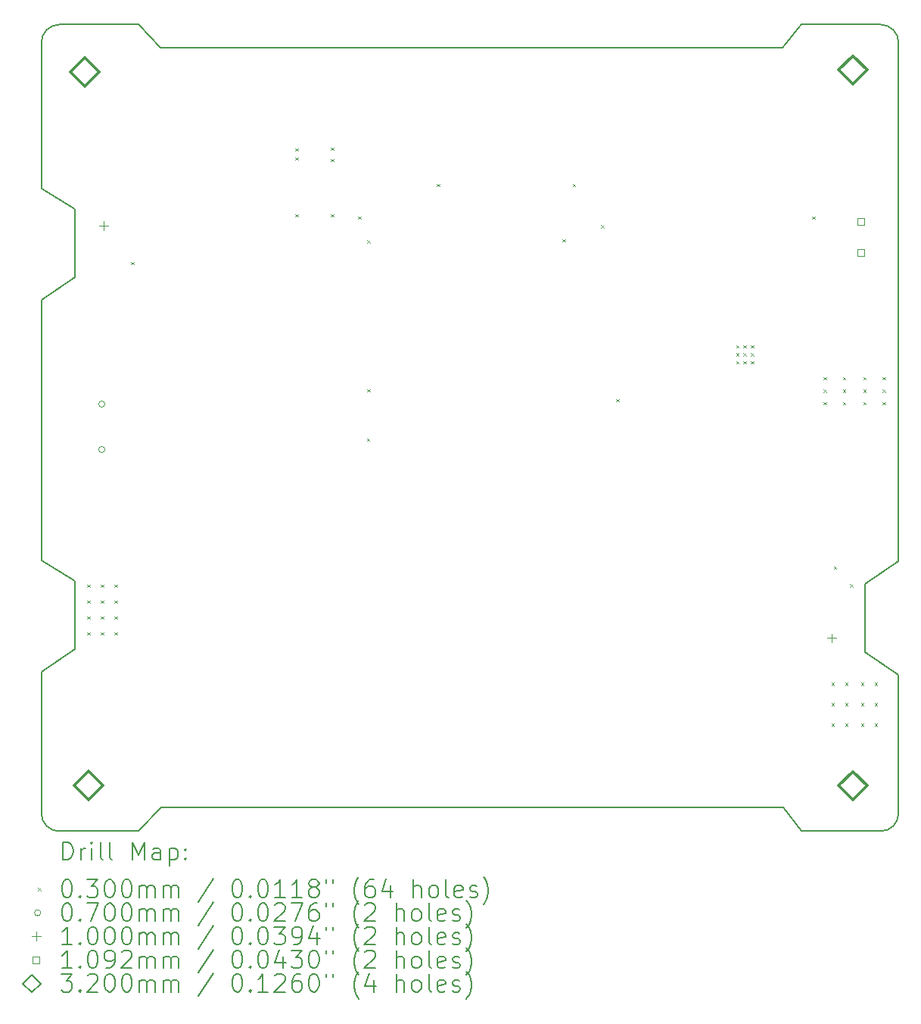
<source format=gbr>
%TF.GenerationSoftware,KiCad,Pcbnew,7.0.2-0*%
%TF.CreationDate,2024-05-07T22:45:02-07:00*%
%TF.ProjectId,batteryboard,62617474-6572-4796-926f-6172642e6b69,v2B*%
%TF.SameCoordinates,Original*%
%TF.FileFunction,Drillmap*%
%TF.FilePolarity,Positive*%
%FSLAX45Y45*%
G04 Gerber Fmt 4.5, Leading zero omitted, Abs format (unit mm)*
G04 Created by KiCad (PCBNEW 7.0.2-0) date 2024-05-07 22:45:02*
%MOMM*%
%LPD*%
G01*
G04 APERTURE LIST*
%ADD10C,0.150000*%
%ADD11C,0.200000*%
%ADD12C,0.030000*%
%ADD13C,0.070000*%
%ADD14C,0.100000*%
%ADD15C,0.109220*%
%ADD16C,0.320000*%
G04 APERTURE END LIST*
D10*
X5320030Y-14197990D02*
G75*
G03*
X5520030Y-14397990I200000J0D01*
G01*
X14708530Y-14397990D02*
G75*
G03*
X14908530Y-14197990I0J200000D01*
G01*
X14908530Y-5580990D02*
G75*
G03*
X14708530Y-5380990I-200000J0D01*
G01*
X5520030Y-5380990D02*
G75*
G03*
X5320030Y-5580990I0J-200000D01*
G01*
X5520030Y-14397990D02*
X6403950Y-14397990D01*
X14909800Y-11379200D02*
X14908530Y-5580990D01*
X13616570Y-14131870D02*
X6656970Y-14131870D01*
X6403950Y-14397990D02*
X6656970Y-14131870D01*
X14708530Y-14397990D02*
X13824610Y-14397990D01*
X6654800Y-5638800D02*
X6409690Y-5380990D01*
X13614400Y-5638800D02*
X6654800Y-5638800D01*
X13614400Y-5638800D02*
X13818870Y-5380990D01*
X14708530Y-5380990D02*
X13818870Y-5380990D01*
X6409690Y-5380990D02*
X5520030Y-5380990D01*
X5320030Y-7213600D02*
X5320030Y-5580990D01*
X14908530Y-14197990D02*
X14909800Y-12649200D01*
X14530970Y-12395200D02*
X14909800Y-12649200D01*
X5691210Y-11596890D02*
X5319470Y-11368290D01*
X14530970Y-11633200D02*
X14530970Y-12395200D01*
X5320030Y-8458200D02*
X5691770Y-8204200D01*
X5691210Y-12358890D02*
X5691210Y-11596890D01*
X13824610Y-14397990D02*
X13616570Y-14131870D01*
X5320030Y-14197990D02*
X5319470Y-12612890D01*
X5691770Y-7442200D02*
X5320030Y-7213600D01*
X5691770Y-8204200D02*
X5691770Y-7442200D01*
X14909800Y-11379200D02*
X14530970Y-11633200D01*
X5319470Y-12612890D02*
X5691210Y-12358890D01*
X5319470Y-11368290D02*
X5320030Y-8458200D01*
D11*
D12*
X5832170Y-11639790D02*
X5862170Y-11669790D01*
X5862170Y-11639790D02*
X5832170Y-11669790D01*
X5832170Y-11817590D02*
X5862170Y-11847590D01*
X5862170Y-11817590D02*
X5832170Y-11847590D01*
X5832170Y-11995390D02*
X5862170Y-12025390D01*
X5862170Y-11995390D02*
X5832170Y-12025390D01*
X5832170Y-12173190D02*
X5862170Y-12203190D01*
X5862170Y-12173190D02*
X5832170Y-12203190D01*
X5984570Y-11639790D02*
X6014570Y-11669790D01*
X6014570Y-11639790D02*
X5984570Y-11669790D01*
X5984570Y-11817590D02*
X6014570Y-11847590D01*
X6014570Y-11817590D02*
X5984570Y-11847590D01*
X5984570Y-11995390D02*
X6014570Y-12025390D01*
X6014570Y-11995390D02*
X5984570Y-12025390D01*
X5984570Y-12173190D02*
X6014570Y-12203190D01*
X6014570Y-12173190D02*
X5984570Y-12203190D01*
X6136970Y-11639790D02*
X6166970Y-11669790D01*
X6166970Y-11639790D02*
X6136970Y-11669790D01*
X6136970Y-11817590D02*
X6166970Y-11847590D01*
X6166970Y-11817590D02*
X6136970Y-11847590D01*
X6136970Y-11995390D02*
X6166970Y-12025390D01*
X6166970Y-11995390D02*
X6136970Y-12025390D01*
X6136970Y-12173190D02*
X6166970Y-12203190D01*
X6166970Y-12173190D02*
X6136970Y-12203190D01*
X6321030Y-8032990D02*
X6351030Y-8062990D01*
X6351030Y-8032990D02*
X6321030Y-8062990D01*
X8162530Y-6762990D02*
X8192530Y-6792990D01*
X8192530Y-6762990D02*
X8162530Y-6792990D01*
X8162530Y-6864590D02*
X8192530Y-6894590D01*
X8192530Y-6864590D02*
X8162530Y-6894590D01*
X8162530Y-7499590D02*
X8192530Y-7529590D01*
X8192530Y-7499590D02*
X8162530Y-7529590D01*
X8556230Y-7499590D02*
X8586230Y-7529590D01*
X8586230Y-7499590D02*
X8556230Y-7529590D01*
X8557500Y-6754100D02*
X8587500Y-6784100D01*
X8587500Y-6754100D02*
X8557500Y-6784100D01*
X8557500Y-6881100D02*
X8587500Y-6911100D01*
X8587500Y-6881100D02*
X8557500Y-6911100D01*
X8861030Y-7524990D02*
X8891030Y-7554990D01*
X8891030Y-7524990D02*
X8861030Y-7554990D01*
X8960990Y-10007150D02*
X8990990Y-10037150D01*
X8990990Y-10007150D02*
X8960990Y-10037150D01*
X8962630Y-7791690D02*
X8992630Y-7821690D01*
X8992630Y-7791690D02*
X8962630Y-7821690D01*
X8962630Y-9455390D02*
X8992630Y-9485390D01*
X8992630Y-9455390D02*
X8962630Y-9485390D01*
X9744470Y-7160390D02*
X9774470Y-7190390D01*
X9774470Y-7160390D02*
X9744470Y-7190390D01*
X11147030Y-7778990D02*
X11177030Y-7808990D01*
X11177030Y-7778990D02*
X11147030Y-7808990D01*
X11264470Y-7162890D02*
X11294470Y-7192890D01*
X11294470Y-7162890D02*
X11264470Y-7192890D01*
X11579470Y-7620390D02*
X11609470Y-7650390D01*
X11609470Y-7620390D02*
X11579470Y-7650390D01*
X11751550Y-9567150D02*
X11781550Y-9597150D01*
X11781550Y-9567150D02*
X11751550Y-9597150D01*
X13091400Y-8963900D02*
X13121400Y-8993900D01*
X13121400Y-8963900D02*
X13091400Y-8993900D01*
X13091400Y-9052800D02*
X13121400Y-9082800D01*
X13121400Y-9052800D02*
X13091400Y-9082800D01*
X13091400Y-9141700D02*
X13121400Y-9171700D01*
X13121400Y-9141700D02*
X13091400Y-9171700D01*
X13172310Y-8963900D02*
X13202310Y-8993900D01*
X13202310Y-8963900D02*
X13172310Y-8993900D01*
X13172310Y-9052800D02*
X13202310Y-9082800D01*
X13202310Y-9052800D02*
X13172310Y-9082800D01*
X13172310Y-9141700D02*
X13202310Y-9171700D01*
X13202310Y-9141700D02*
X13172310Y-9171700D01*
X13256130Y-8963900D02*
X13286130Y-8993900D01*
X13286130Y-8963900D02*
X13256130Y-8993900D01*
X13256130Y-9052800D02*
X13286130Y-9082800D01*
X13286130Y-9052800D02*
X13256130Y-9082800D01*
X13256130Y-9141700D02*
X13286130Y-9171700D01*
X13286130Y-9141700D02*
X13256130Y-9171700D01*
X13941030Y-7524990D02*
X13971030Y-7554990D01*
X13971030Y-7524990D02*
X13941030Y-7554990D01*
X14069300Y-9319500D02*
X14099300Y-9349500D01*
X14099300Y-9319500D02*
X14069300Y-9349500D01*
X14069300Y-9459200D02*
X14099300Y-9489200D01*
X14099300Y-9459200D02*
X14069300Y-9489200D01*
X14069300Y-9598900D02*
X14099300Y-9628900D01*
X14099300Y-9598900D02*
X14069300Y-9628900D01*
X14158200Y-12735800D02*
X14188200Y-12765800D01*
X14188200Y-12735800D02*
X14158200Y-12765800D01*
X14158200Y-12964400D02*
X14188200Y-12994400D01*
X14188200Y-12964400D02*
X14158200Y-12994400D01*
X14158200Y-13193000D02*
X14188200Y-13223000D01*
X14188200Y-13193000D02*
X14158200Y-13223000D01*
X14184470Y-11435390D02*
X14214470Y-11465390D01*
X14214470Y-11435390D02*
X14184470Y-11465390D01*
X14285200Y-9319500D02*
X14315200Y-9349500D01*
X14315200Y-9319500D02*
X14285200Y-9349500D01*
X14285200Y-9459200D02*
X14315200Y-9489200D01*
X14315200Y-9459200D02*
X14285200Y-9489200D01*
X14285200Y-9598900D02*
X14315200Y-9628900D01*
X14315200Y-9598900D02*
X14285200Y-9628900D01*
X14310600Y-12735800D02*
X14340600Y-12765800D01*
X14340600Y-12735800D02*
X14310600Y-12765800D01*
X14310600Y-12964400D02*
X14340600Y-12994400D01*
X14340600Y-12964400D02*
X14310600Y-12994400D01*
X14310600Y-13193000D02*
X14340600Y-13223000D01*
X14340600Y-13193000D02*
X14310600Y-13223000D01*
X14366110Y-11635290D02*
X14396110Y-11665290D01*
X14396110Y-11635290D02*
X14366110Y-11665290D01*
X14488400Y-12735800D02*
X14518400Y-12765800D01*
X14518400Y-12735800D02*
X14488400Y-12765800D01*
X14488400Y-12964400D02*
X14518400Y-12994400D01*
X14518400Y-12964400D02*
X14488400Y-12994400D01*
X14488400Y-13193000D02*
X14518400Y-13223000D01*
X14518400Y-13193000D02*
X14488400Y-13223000D01*
X14513800Y-9319500D02*
X14543800Y-9349500D01*
X14543800Y-9319500D02*
X14513800Y-9349500D01*
X14513800Y-9459200D02*
X14543800Y-9489200D01*
X14543800Y-9459200D02*
X14513800Y-9489200D01*
X14513800Y-9598900D02*
X14543800Y-9628900D01*
X14543800Y-9598900D02*
X14513800Y-9628900D01*
X14640800Y-12735800D02*
X14670800Y-12765800D01*
X14670800Y-12735800D02*
X14640800Y-12765800D01*
X14640800Y-12964400D02*
X14670800Y-12994400D01*
X14670800Y-12964400D02*
X14640800Y-12994400D01*
X14640800Y-13193000D02*
X14670800Y-13223000D01*
X14670800Y-13193000D02*
X14640800Y-13223000D01*
X14729700Y-9319500D02*
X14759700Y-9349500D01*
X14759700Y-9319500D02*
X14729700Y-9349500D01*
X14729700Y-9459200D02*
X14759700Y-9489200D01*
X14759700Y-9459200D02*
X14729700Y-9489200D01*
X14729700Y-9598900D02*
X14759700Y-9628900D01*
X14759700Y-9598900D02*
X14729700Y-9628900D01*
D13*
X6028930Y-9622790D02*
G75*
G03*
X6028930Y-9622790I-35000J0D01*
G01*
X6028930Y-10130790D02*
G75*
G03*
X6028930Y-10130790I-35000J0D01*
G01*
D14*
X6018530Y-7578890D02*
X6018530Y-7678890D01*
X5968530Y-7628890D02*
X6068530Y-7628890D01*
X14159230Y-12188990D02*
X14159230Y-12288990D01*
X14109230Y-12238990D02*
X14209230Y-12238990D01*
D15*
X14528945Y-7619825D02*
X14528945Y-7542594D01*
X14451714Y-7542594D01*
X14451714Y-7619825D01*
X14528945Y-7619825D01*
X14528945Y-7969826D02*
X14528945Y-7892595D01*
X14451714Y-7892595D01*
X14451714Y-7969826D01*
X14528945Y-7969826D01*
D16*
X5806070Y-6069890D02*
X5966070Y-5909890D01*
X5806070Y-5749890D01*
X5646070Y-5909890D01*
X5806070Y-6069890D01*
X5844170Y-14045490D02*
X6004170Y-13885490D01*
X5844170Y-13725490D01*
X5684170Y-13885490D01*
X5844170Y-14045490D01*
X14401030Y-6048990D02*
X14561030Y-5888990D01*
X14401030Y-5728990D01*
X14241030Y-5888990D01*
X14401030Y-6048990D01*
X14401030Y-14049990D02*
X14561030Y-13889990D01*
X14401030Y-13729990D01*
X14241030Y-13889990D01*
X14401030Y-14049990D01*
D11*
X5559589Y-14718014D02*
X5559589Y-14518014D01*
X5559589Y-14518014D02*
X5607208Y-14518014D01*
X5607208Y-14518014D02*
X5635779Y-14527538D01*
X5635779Y-14527538D02*
X5654827Y-14546585D01*
X5654827Y-14546585D02*
X5664351Y-14565633D01*
X5664351Y-14565633D02*
X5673875Y-14603728D01*
X5673875Y-14603728D02*
X5673875Y-14632299D01*
X5673875Y-14632299D02*
X5664351Y-14670395D01*
X5664351Y-14670395D02*
X5654827Y-14689442D01*
X5654827Y-14689442D02*
X5635779Y-14708490D01*
X5635779Y-14708490D02*
X5607208Y-14718014D01*
X5607208Y-14718014D02*
X5559589Y-14718014D01*
X5759589Y-14718014D02*
X5759589Y-14584680D01*
X5759589Y-14622776D02*
X5769113Y-14603728D01*
X5769113Y-14603728D02*
X5778637Y-14594204D01*
X5778637Y-14594204D02*
X5797684Y-14584680D01*
X5797684Y-14584680D02*
X5816732Y-14584680D01*
X5883398Y-14718014D02*
X5883398Y-14584680D01*
X5883398Y-14518014D02*
X5873875Y-14527538D01*
X5873875Y-14527538D02*
X5883398Y-14537061D01*
X5883398Y-14537061D02*
X5892922Y-14527538D01*
X5892922Y-14527538D02*
X5883398Y-14518014D01*
X5883398Y-14518014D02*
X5883398Y-14537061D01*
X6007208Y-14718014D02*
X5988160Y-14708490D01*
X5988160Y-14708490D02*
X5978637Y-14689442D01*
X5978637Y-14689442D02*
X5978637Y-14518014D01*
X6111970Y-14718014D02*
X6092922Y-14708490D01*
X6092922Y-14708490D02*
X6083398Y-14689442D01*
X6083398Y-14689442D02*
X6083398Y-14518014D01*
X6340541Y-14718014D02*
X6340541Y-14518014D01*
X6340541Y-14518014D02*
X6407208Y-14660871D01*
X6407208Y-14660871D02*
X6473875Y-14518014D01*
X6473875Y-14518014D02*
X6473875Y-14718014D01*
X6654827Y-14718014D02*
X6654827Y-14613252D01*
X6654827Y-14613252D02*
X6645303Y-14594204D01*
X6645303Y-14594204D02*
X6626256Y-14584680D01*
X6626256Y-14584680D02*
X6588160Y-14584680D01*
X6588160Y-14584680D02*
X6569113Y-14594204D01*
X6654827Y-14708490D02*
X6635779Y-14718014D01*
X6635779Y-14718014D02*
X6588160Y-14718014D01*
X6588160Y-14718014D02*
X6569113Y-14708490D01*
X6569113Y-14708490D02*
X6559589Y-14689442D01*
X6559589Y-14689442D02*
X6559589Y-14670395D01*
X6559589Y-14670395D02*
X6569113Y-14651347D01*
X6569113Y-14651347D02*
X6588160Y-14641823D01*
X6588160Y-14641823D02*
X6635779Y-14641823D01*
X6635779Y-14641823D02*
X6654827Y-14632299D01*
X6750065Y-14584680D02*
X6750065Y-14784680D01*
X6750065Y-14594204D02*
X6769113Y-14584680D01*
X6769113Y-14584680D02*
X6807208Y-14584680D01*
X6807208Y-14584680D02*
X6826256Y-14594204D01*
X6826256Y-14594204D02*
X6835779Y-14603728D01*
X6835779Y-14603728D02*
X6845303Y-14622776D01*
X6845303Y-14622776D02*
X6845303Y-14679918D01*
X6845303Y-14679918D02*
X6835779Y-14698966D01*
X6835779Y-14698966D02*
X6826256Y-14708490D01*
X6826256Y-14708490D02*
X6807208Y-14718014D01*
X6807208Y-14718014D02*
X6769113Y-14718014D01*
X6769113Y-14718014D02*
X6750065Y-14708490D01*
X6931018Y-14698966D02*
X6940541Y-14708490D01*
X6940541Y-14708490D02*
X6931018Y-14718014D01*
X6931018Y-14718014D02*
X6921494Y-14708490D01*
X6921494Y-14708490D02*
X6931018Y-14698966D01*
X6931018Y-14698966D02*
X6931018Y-14718014D01*
X6931018Y-14594204D02*
X6940541Y-14603728D01*
X6940541Y-14603728D02*
X6931018Y-14613252D01*
X6931018Y-14613252D02*
X6921494Y-14603728D01*
X6921494Y-14603728D02*
X6931018Y-14594204D01*
X6931018Y-14594204D02*
X6931018Y-14613252D01*
D12*
X5281970Y-15030490D02*
X5311970Y-15060490D01*
X5311970Y-15030490D02*
X5281970Y-15060490D01*
D11*
X5597684Y-14938014D02*
X5616732Y-14938014D01*
X5616732Y-14938014D02*
X5635779Y-14947538D01*
X5635779Y-14947538D02*
X5645303Y-14957061D01*
X5645303Y-14957061D02*
X5654827Y-14976109D01*
X5654827Y-14976109D02*
X5664351Y-15014204D01*
X5664351Y-15014204D02*
X5664351Y-15061823D01*
X5664351Y-15061823D02*
X5654827Y-15099918D01*
X5654827Y-15099918D02*
X5645303Y-15118966D01*
X5645303Y-15118966D02*
X5635779Y-15128490D01*
X5635779Y-15128490D02*
X5616732Y-15138014D01*
X5616732Y-15138014D02*
X5597684Y-15138014D01*
X5597684Y-15138014D02*
X5578637Y-15128490D01*
X5578637Y-15128490D02*
X5569113Y-15118966D01*
X5569113Y-15118966D02*
X5559589Y-15099918D01*
X5559589Y-15099918D02*
X5550065Y-15061823D01*
X5550065Y-15061823D02*
X5550065Y-15014204D01*
X5550065Y-15014204D02*
X5559589Y-14976109D01*
X5559589Y-14976109D02*
X5569113Y-14957061D01*
X5569113Y-14957061D02*
X5578637Y-14947538D01*
X5578637Y-14947538D02*
X5597684Y-14938014D01*
X5750065Y-15118966D02*
X5759589Y-15128490D01*
X5759589Y-15128490D02*
X5750065Y-15138014D01*
X5750065Y-15138014D02*
X5740541Y-15128490D01*
X5740541Y-15128490D02*
X5750065Y-15118966D01*
X5750065Y-15118966D02*
X5750065Y-15138014D01*
X5826256Y-14938014D02*
X5950065Y-14938014D01*
X5950065Y-14938014D02*
X5883398Y-15014204D01*
X5883398Y-15014204D02*
X5911970Y-15014204D01*
X5911970Y-15014204D02*
X5931018Y-15023728D01*
X5931018Y-15023728D02*
X5940541Y-15033252D01*
X5940541Y-15033252D02*
X5950065Y-15052299D01*
X5950065Y-15052299D02*
X5950065Y-15099918D01*
X5950065Y-15099918D02*
X5940541Y-15118966D01*
X5940541Y-15118966D02*
X5931018Y-15128490D01*
X5931018Y-15128490D02*
X5911970Y-15138014D01*
X5911970Y-15138014D02*
X5854827Y-15138014D01*
X5854827Y-15138014D02*
X5835779Y-15128490D01*
X5835779Y-15128490D02*
X5826256Y-15118966D01*
X6073875Y-14938014D02*
X6092922Y-14938014D01*
X6092922Y-14938014D02*
X6111970Y-14947538D01*
X6111970Y-14947538D02*
X6121494Y-14957061D01*
X6121494Y-14957061D02*
X6131018Y-14976109D01*
X6131018Y-14976109D02*
X6140541Y-15014204D01*
X6140541Y-15014204D02*
X6140541Y-15061823D01*
X6140541Y-15061823D02*
X6131018Y-15099918D01*
X6131018Y-15099918D02*
X6121494Y-15118966D01*
X6121494Y-15118966D02*
X6111970Y-15128490D01*
X6111970Y-15128490D02*
X6092922Y-15138014D01*
X6092922Y-15138014D02*
X6073875Y-15138014D01*
X6073875Y-15138014D02*
X6054827Y-15128490D01*
X6054827Y-15128490D02*
X6045303Y-15118966D01*
X6045303Y-15118966D02*
X6035779Y-15099918D01*
X6035779Y-15099918D02*
X6026256Y-15061823D01*
X6026256Y-15061823D02*
X6026256Y-15014204D01*
X6026256Y-15014204D02*
X6035779Y-14976109D01*
X6035779Y-14976109D02*
X6045303Y-14957061D01*
X6045303Y-14957061D02*
X6054827Y-14947538D01*
X6054827Y-14947538D02*
X6073875Y-14938014D01*
X6264351Y-14938014D02*
X6283399Y-14938014D01*
X6283399Y-14938014D02*
X6302446Y-14947538D01*
X6302446Y-14947538D02*
X6311970Y-14957061D01*
X6311970Y-14957061D02*
X6321494Y-14976109D01*
X6321494Y-14976109D02*
X6331018Y-15014204D01*
X6331018Y-15014204D02*
X6331018Y-15061823D01*
X6331018Y-15061823D02*
X6321494Y-15099918D01*
X6321494Y-15099918D02*
X6311970Y-15118966D01*
X6311970Y-15118966D02*
X6302446Y-15128490D01*
X6302446Y-15128490D02*
X6283399Y-15138014D01*
X6283399Y-15138014D02*
X6264351Y-15138014D01*
X6264351Y-15138014D02*
X6245303Y-15128490D01*
X6245303Y-15128490D02*
X6235779Y-15118966D01*
X6235779Y-15118966D02*
X6226256Y-15099918D01*
X6226256Y-15099918D02*
X6216732Y-15061823D01*
X6216732Y-15061823D02*
X6216732Y-15014204D01*
X6216732Y-15014204D02*
X6226256Y-14976109D01*
X6226256Y-14976109D02*
X6235779Y-14957061D01*
X6235779Y-14957061D02*
X6245303Y-14947538D01*
X6245303Y-14947538D02*
X6264351Y-14938014D01*
X6416732Y-15138014D02*
X6416732Y-15004680D01*
X6416732Y-15023728D02*
X6426256Y-15014204D01*
X6426256Y-15014204D02*
X6445303Y-15004680D01*
X6445303Y-15004680D02*
X6473875Y-15004680D01*
X6473875Y-15004680D02*
X6492922Y-15014204D01*
X6492922Y-15014204D02*
X6502446Y-15033252D01*
X6502446Y-15033252D02*
X6502446Y-15138014D01*
X6502446Y-15033252D02*
X6511970Y-15014204D01*
X6511970Y-15014204D02*
X6531018Y-15004680D01*
X6531018Y-15004680D02*
X6559589Y-15004680D01*
X6559589Y-15004680D02*
X6578637Y-15014204D01*
X6578637Y-15014204D02*
X6588160Y-15033252D01*
X6588160Y-15033252D02*
X6588160Y-15138014D01*
X6683399Y-15138014D02*
X6683399Y-15004680D01*
X6683399Y-15023728D02*
X6692922Y-15014204D01*
X6692922Y-15014204D02*
X6711970Y-15004680D01*
X6711970Y-15004680D02*
X6740541Y-15004680D01*
X6740541Y-15004680D02*
X6759589Y-15014204D01*
X6759589Y-15014204D02*
X6769113Y-15033252D01*
X6769113Y-15033252D02*
X6769113Y-15138014D01*
X6769113Y-15033252D02*
X6778637Y-15014204D01*
X6778637Y-15014204D02*
X6797684Y-15004680D01*
X6797684Y-15004680D02*
X6826256Y-15004680D01*
X6826256Y-15004680D02*
X6845303Y-15014204D01*
X6845303Y-15014204D02*
X6854827Y-15033252D01*
X6854827Y-15033252D02*
X6854827Y-15138014D01*
X7245303Y-14928490D02*
X7073875Y-15185633D01*
X7502446Y-14938014D02*
X7521494Y-14938014D01*
X7521494Y-14938014D02*
X7540542Y-14947538D01*
X7540542Y-14947538D02*
X7550065Y-14957061D01*
X7550065Y-14957061D02*
X7559589Y-14976109D01*
X7559589Y-14976109D02*
X7569113Y-15014204D01*
X7569113Y-15014204D02*
X7569113Y-15061823D01*
X7569113Y-15061823D02*
X7559589Y-15099918D01*
X7559589Y-15099918D02*
X7550065Y-15118966D01*
X7550065Y-15118966D02*
X7540542Y-15128490D01*
X7540542Y-15128490D02*
X7521494Y-15138014D01*
X7521494Y-15138014D02*
X7502446Y-15138014D01*
X7502446Y-15138014D02*
X7483399Y-15128490D01*
X7483399Y-15128490D02*
X7473875Y-15118966D01*
X7473875Y-15118966D02*
X7464351Y-15099918D01*
X7464351Y-15099918D02*
X7454827Y-15061823D01*
X7454827Y-15061823D02*
X7454827Y-15014204D01*
X7454827Y-15014204D02*
X7464351Y-14976109D01*
X7464351Y-14976109D02*
X7473875Y-14957061D01*
X7473875Y-14957061D02*
X7483399Y-14947538D01*
X7483399Y-14947538D02*
X7502446Y-14938014D01*
X7654827Y-15118966D02*
X7664351Y-15128490D01*
X7664351Y-15128490D02*
X7654827Y-15138014D01*
X7654827Y-15138014D02*
X7645303Y-15128490D01*
X7645303Y-15128490D02*
X7654827Y-15118966D01*
X7654827Y-15118966D02*
X7654827Y-15138014D01*
X7788161Y-14938014D02*
X7807208Y-14938014D01*
X7807208Y-14938014D02*
X7826256Y-14947538D01*
X7826256Y-14947538D02*
X7835780Y-14957061D01*
X7835780Y-14957061D02*
X7845303Y-14976109D01*
X7845303Y-14976109D02*
X7854827Y-15014204D01*
X7854827Y-15014204D02*
X7854827Y-15061823D01*
X7854827Y-15061823D02*
X7845303Y-15099918D01*
X7845303Y-15099918D02*
X7835780Y-15118966D01*
X7835780Y-15118966D02*
X7826256Y-15128490D01*
X7826256Y-15128490D02*
X7807208Y-15138014D01*
X7807208Y-15138014D02*
X7788161Y-15138014D01*
X7788161Y-15138014D02*
X7769113Y-15128490D01*
X7769113Y-15128490D02*
X7759589Y-15118966D01*
X7759589Y-15118966D02*
X7750065Y-15099918D01*
X7750065Y-15099918D02*
X7740542Y-15061823D01*
X7740542Y-15061823D02*
X7740542Y-15014204D01*
X7740542Y-15014204D02*
X7750065Y-14976109D01*
X7750065Y-14976109D02*
X7759589Y-14957061D01*
X7759589Y-14957061D02*
X7769113Y-14947538D01*
X7769113Y-14947538D02*
X7788161Y-14938014D01*
X8045303Y-15138014D02*
X7931018Y-15138014D01*
X7988161Y-15138014D02*
X7988161Y-14938014D01*
X7988161Y-14938014D02*
X7969113Y-14966585D01*
X7969113Y-14966585D02*
X7950065Y-14985633D01*
X7950065Y-14985633D02*
X7931018Y-14995157D01*
X8235780Y-15138014D02*
X8121494Y-15138014D01*
X8178637Y-15138014D02*
X8178637Y-14938014D01*
X8178637Y-14938014D02*
X8159589Y-14966585D01*
X8159589Y-14966585D02*
X8140542Y-14985633D01*
X8140542Y-14985633D02*
X8121494Y-14995157D01*
X8350065Y-15023728D02*
X8331018Y-15014204D01*
X8331018Y-15014204D02*
X8321494Y-15004680D01*
X8321494Y-15004680D02*
X8311970Y-14985633D01*
X8311970Y-14985633D02*
X8311970Y-14976109D01*
X8311970Y-14976109D02*
X8321494Y-14957061D01*
X8321494Y-14957061D02*
X8331018Y-14947538D01*
X8331018Y-14947538D02*
X8350065Y-14938014D01*
X8350065Y-14938014D02*
X8388161Y-14938014D01*
X8388161Y-14938014D02*
X8407208Y-14947538D01*
X8407208Y-14947538D02*
X8416732Y-14957061D01*
X8416732Y-14957061D02*
X8426256Y-14976109D01*
X8426256Y-14976109D02*
X8426256Y-14985633D01*
X8426256Y-14985633D02*
X8416732Y-15004680D01*
X8416732Y-15004680D02*
X8407208Y-15014204D01*
X8407208Y-15014204D02*
X8388161Y-15023728D01*
X8388161Y-15023728D02*
X8350065Y-15023728D01*
X8350065Y-15023728D02*
X8331018Y-15033252D01*
X8331018Y-15033252D02*
X8321494Y-15042776D01*
X8321494Y-15042776D02*
X8311970Y-15061823D01*
X8311970Y-15061823D02*
X8311970Y-15099918D01*
X8311970Y-15099918D02*
X8321494Y-15118966D01*
X8321494Y-15118966D02*
X8331018Y-15128490D01*
X8331018Y-15128490D02*
X8350065Y-15138014D01*
X8350065Y-15138014D02*
X8388161Y-15138014D01*
X8388161Y-15138014D02*
X8407208Y-15128490D01*
X8407208Y-15128490D02*
X8416732Y-15118966D01*
X8416732Y-15118966D02*
X8426256Y-15099918D01*
X8426256Y-15099918D02*
X8426256Y-15061823D01*
X8426256Y-15061823D02*
X8416732Y-15042776D01*
X8416732Y-15042776D02*
X8407208Y-15033252D01*
X8407208Y-15033252D02*
X8388161Y-15023728D01*
X8502446Y-14938014D02*
X8502446Y-14976109D01*
X8578637Y-14938014D02*
X8578637Y-14976109D01*
X8873875Y-15214204D02*
X8864351Y-15204680D01*
X8864351Y-15204680D02*
X8845304Y-15176109D01*
X8845304Y-15176109D02*
X8835780Y-15157061D01*
X8835780Y-15157061D02*
X8826256Y-15128490D01*
X8826256Y-15128490D02*
X8816732Y-15080871D01*
X8816732Y-15080871D02*
X8816732Y-15042776D01*
X8816732Y-15042776D02*
X8826256Y-14995157D01*
X8826256Y-14995157D02*
X8835780Y-14966585D01*
X8835780Y-14966585D02*
X8845304Y-14947538D01*
X8845304Y-14947538D02*
X8864351Y-14918966D01*
X8864351Y-14918966D02*
X8873875Y-14909442D01*
X9035780Y-14938014D02*
X8997685Y-14938014D01*
X8997685Y-14938014D02*
X8978637Y-14947538D01*
X8978637Y-14947538D02*
X8969113Y-14957061D01*
X8969113Y-14957061D02*
X8950066Y-14985633D01*
X8950066Y-14985633D02*
X8940542Y-15023728D01*
X8940542Y-15023728D02*
X8940542Y-15099918D01*
X8940542Y-15099918D02*
X8950066Y-15118966D01*
X8950066Y-15118966D02*
X8959589Y-15128490D01*
X8959589Y-15128490D02*
X8978637Y-15138014D01*
X8978637Y-15138014D02*
X9016732Y-15138014D01*
X9016732Y-15138014D02*
X9035780Y-15128490D01*
X9035780Y-15128490D02*
X9045304Y-15118966D01*
X9045304Y-15118966D02*
X9054827Y-15099918D01*
X9054827Y-15099918D02*
X9054827Y-15052299D01*
X9054827Y-15052299D02*
X9045304Y-15033252D01*
X9045304Y-15033252D02*
X9035780Y-15023728D01*
X9035780Y-15023728D02*
X9016732Y-15014204D01*
X9016732Y-15014204D02*
X8978637Y-15014204D01*
X8978637Y-15014204D02*
X8959589Y-15023728D01*
X8959589Y-15023728D02*
X8950066Y-15033252D01*
X8950066Y-15033252D02*
X8940542Y-15052299D01*
X9226256Y-15004680D02*
X9226256Y-15138014D01*
X9178637Y-14928490D02*
X9131018Y-15071347D01*
X9131018Y-15071347D02*
X9254827Y-15071347D01*
X9483399Y-15138014D02*
X9483399Y-14938014D01*
X9569113Y-15138014D02*
X9569113Y-15033252D01*
X9569113Y-15033252D02*
X9559589Y-15014204D01*
X9559589Y-15014204D02*
X9540542Y-15004680D01*
X9540542Y-15004680D02*
X9511970Y-15004680D01*
X9511970Y-15004680D02*
X9492923Y-15014204D01*
X9492923Y-15014204D02*
X9483399Y-15023728D01*
X9692923Y-15138014D02*
X9673875Y-15128490D01*
X9673875Y-15128490D02*
X9664351Y-15118966D01*
X9664351Y-15118966D02*
X9654828Y-15099918D01*
X9654828Y-15099918D02*
X9654828Y-15042776D01*
X9654828Y-15042776D02*
X9664351Y-15023728D01*
X9664351Y-15023728D02*
X9673875Y-15014204D01*
X9673875Y-15014204D02*
X9692923Y-15004680D01*
X9692923Y-15004680D02*
X9721494Y-15004680D01*
X9721494Y-15004680D02*
X9740542Y-15014204D01*
X9740542Y-15014204D02*
X9750066Y-15023728D01*
X9750066Y-15023728D02*
X9759589Y-15042776D01*
X9759589Y-15042776D02*
X9759589Y-15099918D01*
X9759589Y-15099918D02*
X9750066Y-15118966D01*
X9750066Y-15118966D02*
X9740542Y-15128490D01*
X9740542Y-15128490D02*
X9721494Y-15138014D01*
X9721494Y-15138014D02*
X9692923Y-15138014D01*
X9873875Y-15138014D02*
X9854828Y-15128490D01*
X9854828Y-15128490D02*
X9845304Y-15109442D01*
X9845304Y-15109442D02*
X9845304Y-14938014D01*
X10026256Y-15128490D02*
X10007209Y-15138014D01*
X10007209Y-15138014D02*
X9969113Y-15138014D01*
X9969113Y-15138014D02*
X9950066Y-15128490D01*
X9950066Y-15128490D02*
X9940542Y-15109442D01*
X9940542Y-15109442D02*
X9940542Y-15033252D01*
X9940542Y-15033252D02*
X9950066Y-15014204D01*
X9950066Y-15014204D02*
X9969113Y-15004680D01*
X9969113Y-15004680D02*
X10007209Y-15004680D01*
X10007209Y-15004680D02*
X10026256Y-15014204D01*
X10026256Y-15014204D02*
X10035780Y-15033252D01*
X10035780Y-15033252D02*
X10035780Y-15052299D01*
X10035780Y-15052299D02*
X9940542Y-15071347D01*
X10111970Y-15128490D02*
X10131018Y-15138014D01*
X10131018Y-15138014D02*
X10169113Y-15138014D01*
X10169113Y-15138014D02*
X10188161Y-15128490D01*
X10188161Y-15128490D02*
X10197685Y-15109442D01*
X10197685Y-15109442D02*
X10197685Y-15099918D01*
X10197685Y-15099918D02*
X10188161Y-15080871D01*
X10188161Y-15080871D02*
X10169113Y-15071347D01*
X10169113Y-15071347D02*
X10140542Y-15071347D01*
X10140542Y-15071347D02*
X10121494Y-15061823D01*
X10121494Y-15061823D02*
X10111970Y-15042776D01*
X10111970Y-15042776D02*
X10111970Y-15033252D01*
X10111970Y-15033252D02*
X10121494Y-15014204D01*
X10121494Y-15014204D02*
X10140542Y-15004680D01*
X10140542Y-15004680D02*
X10169113Y-15004680D01*
X10169113Y-15004680D02*
X10188161Y-15014204D01*
X10264351Y-15214204D02*
X10273875Y-15204680D01*
X10273875Y-15204680D02*
X10292923Y-15176109D01*
X10292923Y-15176109D02*
X10302447Y-15157061D01*
X10302447Y-15157061D02*
X10311970Y-15128490D01*
X10311970Y-15128490D02*
X10321494Y-15080871D01*
X10321494Y-15080871D02*
X10321494Y-15042776D01*
X10321494Y-15042776D02*
X10311970Y-14995157D01*
X10311970Y-14995157D02*
X10302447Y-14966585D01*
X10302447Y-14966585D02*
X10292923Y-14947538D01*
X10292923Y-14947538D02*
X10273875Y-14918966D01*
X10273875Y-14918966D02*
X10264351Y-14909442D01*
D13*
X5311970Y-15309490D02*
G75*
G03*
X5311970Y-15309490I-35000J0D01*
G01*
D11*
X5597684Y-15202014D02*
X5616732Y-15202014D01*
X5616732Y-15202014D02*
X5635779Y-15211538D01*
X5635779Y-15211538D02*
X5645303Y-15221061D01*
X5645303Y-15221061D02*
X5654827Y-15240109D01*
X5654827Y-15240109D02*
X5664351Y-15278204D01*
X5664351Y-15278204D02*
X5664351Y-15325823D01*
X5664351Y-15325823D02*
X5654827Y-15363918D01*
X5654827Y-15363918D02*
X5645303Y-15382966D01*
X5645303Y-15382966D02*
X5635779Y-15392490D01*
X5635779Y-15392490D02*
X5616732Y-15402014D01*
X5616732Y-15402014D02*
X5597684Y-15402014D01*
X5597684Y-15402014D02*
X5578637Y-15392490D01*
X5578637Y-15392490D02*
X5569113Y-15382966D01*
X5569113Y-15382966D02*
X5559589Y-15363918D01*
X5559589Y-15363918D02*
X5550065Y-15325823D01*
X5550065Y-15325823D02*
X5550065Y-15278204D01*
X5550065Y-15278204D02*
X5559589Y-15240109D01*
X5559589Y-15240109D02*
X5569113Y-15221061D01*
X5569113Y-15221061D02*
X5578637Y-15211538D01*
X5578637Y-15211538D02*
X5597684Y-15202014D01*
X5750065Y-15382966D02*
X5759589Y-15392490D01*
X5759589Y-15392490D02*
X5750065Y-15402014D01*
X5750065Y-15402014D02*
X5740541Y-15392490D01*
X5740541Y-15392490D02*
X5750065Y-15382966D01*
X5750065Y-15382966D02*
X5750065Y-15402014D01*
X5826256Y-15202014D02*
X5959589Y-15202014D01*
X5959589Y-15202014D02*
X5873875Y-15402014D01*
X6073875Y-15202014D02*
X6092922Y-15202014D01*
X6092922Y-15202014D02*
X6111970Y-15211538D01*
X6111970Y-15211538D02*
X6121494Y-15221061D01*
X6121494Y-15221061D02*
X6131018Y-15240109D01*
X6131018Y-15240109D02*
X6140541Y-15278204D01*
X6140541Y-15278204D02*
X6140541Y-15325823D01*
X6140541Y-15325823D02*
X6131018Y-15363918D01*
X6131018Y-15363918D02*
X6121494Y-15382966D01*
X6121494Y-15382966D02*
X6111970Y-15392490D01*
X6111970Y-15392490D02*
X6092922Y-15402014D01*
X6092922Y-15402014D02*
X6073875Y-15402014D01*
X6073875Y-15402014D02*
X6054827Y-15392490D01*
X6054827Y-15392490D02*
X6045303Y-15382966D01*
X6045303Y-15382966D02*
X6035779Y-15363918D01*
X6035779Y-15363918D02*
X6026256Y-15325823D01*
X6026256Y-15325823D02*
X6026256Y-15278204D01*
X6026256Y-15278204D02*
X6035779Y-15240109D01*
X6035779Y-15240109D02*
X6045303Y-15221061D01*
X6045303Y-15221061D02*
X6054827Y-15211538D01*
X6054827Y-15211538D02*
X6073875Y-15202014D01*
X6264351Y-15202014D02*
X6283399Y-15202014D01*
X6283399Y-15202014D02*
X6302446Y-15211538D01*
X6302446Y-15211538D02*
X6311970Y-15221061D01*
X6311970Y-15221061D02*
X6321494Y-15240109D01*
X6321494Y-15240109D02*
X6331018Y-15278204D01*
X6331018Y-15278204D02*
X6331018Y-15325823D01*
X6331018Y-15325823D02*
X6321494Y-15363918D01*
X6321494Y-15363918D02*
X6311970Y-15382966D01*
X6311970Y-15382966D02*
X6302446Y-15392490D01*
X6302446Y-15392490D02*
X6283399Y-15402014D01*
X6283399Y-15402014D02*
X6264351Y-15402014D01*
X6264351Y-15402014D02*
X6245303Y-15392490D01*
X6245303Y-15392490D02*
X6235779Y-15382966D01*
X6235779Y-15382966D02*
X6226256Y-15363918D01*
X6226256Y-15363918D02*
X6216732Y-15325823D01*
X6216732Y-15325823D02*
X6216732Y-15278204D01*
X6216732Y-15278204D02*
X6226256Y-15240109D01*
X6226256Y-15240109D02*
X6235779Y-15221061D01*
X6235779Y-15221061D02*
X6245303Y-15211538D01*
X6245303Y-15211538D02*
X6264351Y-15202014D01*
X6416732Y-15402014D02*
X6416732Y-15268680D01*
X6416732Y-15287728D02*
X6426256Y-15278204D01*
X6426256Y-15278204D02*
X6445303Y-15268680D01*
X6445303Y-15268680D02*
X6473875Y-15268680D01*
X6473875Y-15268680D02*
X6492922Y-15278204D01*
X6492922Y-15278204D02*
X6502446Y-15297252D01*
X6502446Y-15297252D02*
X6502446Y-15402014D01*
X6502446Y-15297252D02*
X6511970Y-15278204D01*
X6511970Y-15278204D02*
X6531018Y-15268680D01*
X6531018Y-15268680D02*
X6559589Y-15268680D01*
X6559589Y-15268680D02*
X6578637Y-15278204D01*
X6578637Y-15278204D02*
X6588160Y-15297252D01*
X6588160Y-15297252D02*
X6588160Y-15402014D01*
X6683399Y-15402014D02*
X6683399Y-15268680D01*
X6683399Y-15287728D02*
X6692922Y-15278204D01*
X6692922Y-15278204D02*
X6711970Y-15268680D01*
X6711970Y-15268680D02*
X6740541Y-15268680D01*
X6740541Y-15268680D02*
X6759589Y-15278204D01*
X6759589Y-15278204D02*
X6769113Y-15297252D01*
X6769113Y-15297252D02*
X6769113Y-15402014D01*
X6769113Y-15297252D02*
X6778637Y-15278204D01*
X6778637Y-15278204D02*
X6797684Y-15268680D01*
X6797684Y-15268680D02*
X6826256Y-15268680D01*
X6826256Y-15268680D02*
X6845303Y-15278204D01*
X6845303Y-15278204D02*
X6854827Y-15297252D01*
X6854827Y-15297252D02*
X6854827Y-15402014D01*
X7245303Y-15192490D02*
X7073875Y-15449633D01*
X7502446Y-15202014D02*
X7521494Y-15202014D01*
X7521494Y-15202014D02*
X7540542Y-15211538D01*
X7540542Y-15211538D02*
X7550065Y-15221061D01*
X7550065Y-15221061D02*
X7559589Y-15240109D01*
X7559589Y-15240109D02*
X7569113Y-15278204D01*
X7569113Y-15278204D02*
X7569113Y-15325823D01*
X7569113Y-15325823D02*
X7559589Y-15363918D01*
X7559589Y-15363918D02*
X7550065Y-15382966D01*
X7550065Y-15382966D02*
X7540542Y-15392490D01*
X7540542Y-15392490D02*
X7521494Y-15402014D01*
X7521494Y-15402014D02*
X7502446Y-15402014D01*
X7502446Y-15402014D02*
X7483399Y-15392490D01*
X7483399Y-15392490D02*
X7473875Y-15382966D01*
X7473875Y-15382966D02*
X7464351Y-15363918D01*
X7464351Y-15363918D02*
X7454827Y-15325823D01*
X7454827Y-15325823D02*
X7454827Y-15278204D01*
X7454827Y-15278204D02*
X7464351Y-15240109D01*
X7464351Y-15240109D02*
X7473875Y-15221061D01*
X7473875Y-15221061D02*
X7483399Y-15211538D01*
X7483399Y-15211538D02*
X7502446Y-15202014D01*
X7654827Y-15382966D02*
X7664351Y-15392490D01*
X7664351Y-15392490D02*
X7654827Y-15402014D01*
X7654827Y-15402014D02*
X7645303Y-15392490D01*
X7645303Y-15392490D02*
X7654827Y-15382966D01*
X7654827Y-15382966D02*
X7654827Y-15402014D01*
X7788161Y-15202014D02*
X7807208Y-15202014D01*
X7807208Y-15202014D02*
X7826256Y-15211538D01*
X7826256Y-15211538D02*
X7835780Y-15221061D01*
X7835780Y-15221061D02*
X7845303Y-15240109D01*
X7845303Y-15240109D02*
X7854827Y-15278204D01*
X7854827Y-15278204D02*
X7854827Y-15325823D01*
X7854827Y-15325823D02*
X7845303Y-15363918D01*
X7845303Y-15363918D02*
X7835780Y-15382966D01*
X7835780Y-15382966D02*
X7826256Y-15392490D01*
X7826256Y-15392490D02*
X7807208Y-15402014D01*
X7807208Y-15402014D02*
X7788161Y-15402014D01*
X7788161Y-15402014D02*
X7769113Y-15392490D01*
X7769113Y-15392490D02*
X7759589Y-15382966D01*
X7759589Y-15382966D02*
X7750065Y-15363918D01*
X7750065Y-15363918D02*
X7740542Y-15325823D01*
X7740542Y-15325823D02*
X7740542Y-15278204D01*
X7740542Y-15278204D02*
X7750065Y-15240109D01*
X7750065Y-15240109D02*
X7759589Y-15221061D01*
X7759589Y-15221061D02*
X7769113Y-15211538D01*
X7769113Y-15211538D02*
X7788161Y-15202014D01*
X7931018Y-15221061D02*
X7940542Y-15211538D01*
X7940542Y-15211538D02*
X7959589Y-15202014D01*
X7959589Y-15202014D02*
X8007208Y-15202014D01*
X8007208Y-15202014D02*
X8026256Y-15211538D01*
X8026256Y-15211538D02*
X8035780Y-15221061D01*
X8035780Y-15221061D02*
X8045303Y-15240109D01*
X8045303Y-15240109D02*
X8045303Y-15259157D01*
X8045303Y-15259157D02*
X8035780Y-15287728D01*
X8035780Y-15287728D02*
X7921494Y-15402014D01*
X7921494Y-15402014D02*
X8045303Y-15402014D01*
X8111970Y-15202014D02*
X8245303Y-15202014D01*
X8245303Y-15202014D02*
X8159589Y-15402014D01*
X8407208Y-15202014D02*
X8369113Y-15202014D01*
X8369113Y-15202014D02*
X8350065Y-15211538D01*
X8350065Y-15211538D02*
X8340542Y-15221061D01*
X8340542Y-15221061D02*
X8321494Y-15249633D01*
X8321494Y-15249633D02*
X8311970Y-15287728D01*
X8311970Y-15287728D02*
X8311970Y-15363918D01*
X8311970Y-15363918D02*
X8321494Y-15382966D01*
X8321494Y-15382966D02*
X8331018Y-15392490D01*
X8331018Y-15392490D02*
X8350065Y-15402014D01*
X8350065Y-15402014D02*
X8388161Y-15402014D01*
X8388161Y-15402014D02*
X8407208Y-15392490D01*
X8407208Y-15392490D02*
X8416732Y-15382966D01*
X8416732Y-15382966D02*
X8426256Y-15363918D01*
X8426256Y-15363918D02*
X8426256Y-15316299D01*
X8426256Y-15316299D02*
X8416732Y-15297252D01*
X8416732Y-15297252D02*
X8407208Y-15287728D01*
X8407208Y-15287728D02*
X8388161Y-15278204D01*
X8388161Y-15278204D02*
X8350065Y-15278204D01*
X8350065Y-15278204D02*
X8331018Y-15287728D01*
X8331018Y-15287728D02*
X8321494Y-15297252D01*
X8321494Y-15297252D02*
X8311970Y-15316299D01*
X8502446Y-15202014D02*
X8502446Y-15240109D01*
X8578637Y-15202014D02*
X8578637Y-15240109D01*
X8873875Y-15478204D02*
X8864351Y-15468680D01*
X8864351Y-15468680D02*
X8845304Y-15440109D01*
X8845304Y-15440109D02*
X8835780Y-15421061D01*
X8835780Y-15421061D02*
X8826256Y-15392490D01*
X8826256Y-15392490D02*
X8816732Y-15344871D01*
X8816732Y-15344871D02*
X8816732Y-15306776D01*
X8816732Y-15306776D02*
X8826256Y-15259157D01*
X8826256Y-15259157D02*
X8835780Y-15230585D01*
X8835780Y-15230585D02*
X8845304Y-15211538D01*
X8845304Y-15211538D02*
X8864351Y-15182966D01*
X8864351Y-15182966D02*
X8873875Y-15173442D01*
X8940542Y-15221061D02*
X8950066Y-15211538D01*
X8950066Y-15211538D02*
X8969113Y-15202014D01*
X8969113Y-15202014D02*
X9016732Y-15202014D01*
X9016732Y-15202014D02*
X9035780Y-15211538D01*
X9035780Y-15211538D02*
X9045304Y-15221061D01*
X9045304Y-15221061D02*
X9054827Y-15240109D01*
X9054827Y-15240109D02*
X9054827Y-15259157D01*
X9054827Y-15259157D02*
X9045304Y-15287728D01*
X9045304Y-15287728D02*
X8931018Y-15402014D01*
X8931018Y-15402014D02*
X9054827Y-15402014D01*
X9292923Y-15402014D02*
X9292923Y-15202014D01*
X9378637Y-15402014D02*
X9378637Y-15297252D01*
X9378637Y-15297252D02*
X9369113Y-15278204D01*
X9369113Y-15278204D02*
X9350066Y-15268680D01*
X9350066Y-15268680D02*
X9321494Y-15268680D01*
X9321494Y-15268680D02*
X9302447Y-15278204D01*
X9302447Y-15278204D02*
X9292923Y-15287728D01*
X9502447Y-15402014D02*
X9483399Y-15392490D01*
X9483399Y-15392490D02*
X9473875Y-15382966D01*
X9473875Y-15382966D02*
X9464351Y-15363918D01*
X9464351Y-15363918D02*
X9464351Y-15306776D01*
X9464351Y-15306776D02*
X9473875Y-15287728D01*
X9473875Y-15287728D02*
X9483399Y-15278204D01*
X9483399Y-15278204D02*
X9502447Y-15268680D01*
X9502447Y-15268680D02*
X9531018Y-15268680D01*
X9531018Y-15268680D02*
X9550066Y-15278204D01*
X9550066Y-15278204D02*
X9559589Y-15287728D01*
X9559589Y-15287728D02*
X9569113Y-15306776D01*
X9569113Y-15306776D02*
X9569113Y-15363918D01*
X9569113Y-15363918D02*
X9559589Y-15382966D01*
X9559589Y-15382966D02*
X9550066Y-15392490D01*
X9550066Y-15392490D02*
X9531018Y-15402014D01*
X9531018Y-15402014D02*
X9502447Y-15402014D01*
X9683399Y-15402014D02*
X9664351Y-15392490D01*
X9664351Y-15392490D02*
X9654828Y-15373442D01*
X9654828Y-15373442D02*
X9654828Y-15202014D01*
X9835780Y-15392490D02*
X9816732Y-15402014D01*
X9816732Y-15402014D02*
X9778637Y-15402014D01*
X9778637Y-15402014D02*
X9759589Y-15392490D01*
X9759589Y-15392490D02*
X9750066Y-15373442D01*
X9750066Y-15373442D02*
X9750066Y-15297252D01*
X9750066Y-15297252D02*
X9759589Y-15278204D01*
X9759589Y-15278204D02*
X9778637Y-15268680D01*
X9778637Y-15268680D02*
X9816732Y-15268680D01*
X9816732Y-15268680D02*
X9835780Y-15278204D01*
X9835780Y-15278204D02*
X9845304Y-15297252D01*
X9845304Y-15297252D02*
X9845304Y-15316299D01*
X9845304Y-15316299D02*
X9750066Y-15335347D01*
X9921494Y-15392490D02*
X9940542Y-15402014D01*
X9940542Y-15402014D02*
X9978637Y-15402014D01*
X9978637Y-15402014D02*
X9997685Y-15392490D01*
X9997685Y-15392490D02*
X10007209Y-15373442D01*
X10007209Y-15373442D02*
X10007209Y-15363918D01*
X10007209Y-15363918D02*
X9997685Y-15344871D01*
X9997685Y-15344871D02*
X9978637Y-15335347D01*
X9978637Y-15335347D02*
X9950066Y-15335347D01*
X9950066Y-15335347D02*
X9931018Y-15325823D01*
X9931018Y-15325823D02*
X9921494Y-15306776D01*
X9921494Y-15306776D02*
X9921494Y-15297252D01*
X9921494Y-15297252D02*
X9931018Y-15278204D01*
X9931018Y-15278204D02*
X9950066Y-15268680D01*
X9950066Y-15268680D02*
X9978637Y-15268680D01*
X9978637Y-15268680D02*
X9997685Y-15278204D01*
X10073875Y-15478204D02*
X10083399Y-15468680D01*
X10083399Y-15468680D02*
X10102447Y-15440109D01*
X10102447Y-15440109D02*
X10111970Y-15421061D01*
X10111970Y-15421061D02*
X10121494Y-15392490D01*
X10121494Y-15392490D02*
X10131018Y-15344871D01*
X10131018Y-15344871D02*
X10131018Y-15306776D01*
X10131018Y-15306776D02*
X10121494Y-15259157D01*
X10121494Y-15259157D02*
X10111970Y-15230585D01*
X10111970Y-15230585D02*
X10102447Y-15211538D01*
X10102447Y-15211538D02*
X10083399Y-15182966D01*
X10083399Y-15182966D02*
X10073875Y-15173442D01*
D14*
X5261970Y-15523490D02*
X5261970Y-15623490D01*
X5211970Y-15573490D02*
X5311970Y-15573490D01*
D11*
X5664351Y-15666014D02*
X5550065Y-15666014D01*
X5607208Y-15666014D02*
X5607208Y-15466014D01*
X5607208Y-15466014D02*
X5588160Y-15494585D01*
X5588160Y-15494585D02*
X5569113Y-15513633D01*
X5569113Y-15513633D02*
X5550065Y-15523157D01*
X5750065Y-15646966D02*
X5759589Y-15656490D01*
X5759589Y-15656490D02*
X5750065Y-15666014D01*
X5750065Y-15666014D02*
X5740541Y-15656490D01*
X5740541Y-15656490D02*
X5750065Y-15646966D01*
X5750065Y-15646966D02*
X5750065Y-15666014D01*
X5883398Y-15466014D02*
X5902446Y-15466014D01*
X5902446Y-15466014D02*
X5921494Y-15475538D01*
X5921494Y-15475538D02*
X5931018Y-15485061D01*
X5931018Y-15485061D02*
X5940541Y-15504109D01*
X5940541Y-15504109D02*
X5950065Y-15542204D01*
X5950065Y-15542204D02*
X5950065Y-15589823D01*
X5950065Y-15589823D02*
X5940541Y-15627918D01*
X5940541Y-15627918D02*
X5931018Y-15646966D01*
X5931018Y-15646966D02*
X5921494Y-15656490D01*
X5921494Y-15656490D02*
X5902446Y-15666014D01*
X5902446Y-15666014D02*
X5883398Y-15666014D01*
X5883398Y-15666014D02*
X5864351Y-15656490D01*
X5864351Y-15656490D02*
X5854827Y-15646966D01*
X5854827Y-15646966D02*
X5845303Y-15627918D01*
X5845303Y-15627918D02*
X5835779Y-15589823D01*
X5835779Y-15589823D02*
X5835779Y-15542204D01*
X5835779Y-15542204D02*
X5845303Y-15504109D01*
X5845303Y-15504109D02*
X5854827Y-15485061D01*
X5854827Y-15485061D02*
X5864351Y-15475538D01*
X5864351Y-15475538D02*
X5883398Y-15466014D01*
X6073875Y-15466014D02*
X6092922Y-15466014D01*
X6092922Y-15466014D02*
X6111970Y-15475538D01*
X6111970Y-15475538D02*
X6121494Y-15485061D01*
X6121494Y-15485061D02*
X6131018Y-15504109D01*
X6131018Y-15504109D02*
X6140541Y-15542204D01*
X6140541Y-15542204D02*
X6140541Y-15589823D01*
X6140541Y-15589823D02*
X6131018Y-15627918D01*
X6131018Y-15627918D02*
X6121494Y-15646966D01*
X6121494Y-15646966D02*
X6111970Y-15656490D01*
X6111970Y-15656490D02*
X6092922Y-15666014D01*
X6092922Y-15666014D02*
X6073875Y-15666014D01*
X6073875Y-15666014D02*
X6054827Y-15656490D01*
X6054827Y-15656490D02*
X6045303Y-15646966D01*
X6045303Y-15646966D02*
X6035779Y-15627918D01*
X6035779Y-15627918D02*
X6026256Y-15589823D01*
X6026256Y-15589823D02*
X6026256Y-15542204D01*
X6026256Y-15542204D02*
X6035779Y-15504109D01*
X6035779Y-15504109D02*
X6045303Y-15485061D01*
X6045303Y-15485061D02*
X6054827Y-15475538D01*
X6054827Y-15475538D02*
X6073875Y-15466014D01*
X6264351Y-15466014D02*
X6283399Y-15466014D01*
X6283399Y-15466014D02*
X6302446Y-15475538D01*
X6302446Y-15475538D02*
X6311970Y-15485061D01*
X6311970Y-15485061D02*
X6321494Y-15504109D01*
X6321494Y-15504109D02*
X6331018Y-15542204D01*
X6331018Y-15542204D02*
X6331018Y-15589823D01*
X6331018Y-15589823D02*
X6321494Y-15627918D01*
X6321494Y-15627918D02*
X6311970Y-15646966D01*
X6311970Y-15646966D02*
X6302446Y-15656490D01*
X6302446Y-15656490D02*
X6283399Y-15666014D01*
X6283399Y-15666014D02*
X6264351Y-15666014D01*
X6264351Y-15666014D02*
X6245303Y-15656490D01*
X6245303Y-15656490D02*
X6235779Y-15646966D01*
X6235779Y-15646966D02*
X6226256Y-15627918D01*
X6226256Y-15627918D02*
X6216732Y-15589823D01*
X6216732Y-15589823D02*
X6216732Y-15542204D01*
X6216732Y-15542204D02*
X6226256Y-15504109D01*
X6226256Y-15504109D02*
X6235779Y-15485061D01*
X6235779Y-15485061D02*
X6245303Y-15475538D01*
X6245303Y-15475538D02*
X6264351Y-15466014D01*
X6416732Y-15666014D02*
X6416732Y-15532680D01*
X6416732Y-15551728D02*
X6426256Y-15542204D01*
X6426256Y-15542204D02*
X6445303Y-15532680D01*
X6445303Y-15532680D02*
X6473875Y-15532680D01*
X6473875Y-15532680D02*
X6492922Y-15542204D01*
X6492922Y-15542204D02*
X6502446Y-15561252D01*
X6502446Y-15561252D02*
X6502446Y-15666014D01*
X6502446Y-15561252D02*
X6511970Y-15542204D01*
X6511970Y-15542204D02*
X6531018Y-15532680D01*
X6531018Y-15532680D02*
X6559589Y-15532680D01*
X6559589Y-15532680D02*
X6578637Y-15542204D01*
X6578637Y-15542204D02*
X6588160Y-15561252D01*
X6588160Y-15561252D02*
X6588160Y-15666014D01*
X6683399Y-15666014D02*
X6683399Y-15532680D01*
X6683399Y-15551728D02*
X6692922Y-15542204D01*
X6692922Y-15542204D02*
X6711970Y-15532680D01*
X6711970Y-15532680D02*
X6740541Y-15532680D01*
X6740541Y-15532680D02*
X6759589Y-15542204D01*
X6759589Y-15542204D02*
X6769113Y-15561252D01*
X6769113Y-15561252D02*
X6769113Y-15666014D01*
X6769113Y-15561252D02*
X6778637Y-15542204D01*
X6778637Y-15542204D02*
X6797684Y-15532680D01*
X6797684Y-15532680D02*
X6826256Y-15532680D01*
X6826256Y-15532680D02*
X6845303Y-15542204D01*
X6845303Y-15542204D02*
X6854827Y-15561252D01*
X6854827Y-15561252D02*
X6854827Y-15666014D01*
X7245303Y-15456490D02*
X7073875Y-15713633D01*
X7502446Y-15466014D02*
X7521494Y-15466014D01*
X7521494Y-15466014D02*
X7540542Y-15475538D01*
X7540542Y-15475538D02*
X7550065Y-15485061D01*
X7550065Y-15485061D02*
X7559589Y-15504109D01*
X7559589Y-15504109D02*
X7569113Y-15542204D01*
X7569113Y-15542204D02*
X7569113Y-15589823D01*
X7569113Y-15589823D02*
X7559589Y-15627918D01*
X7559589Y-15627918D02*
X7550065Y-15646966D01*
X7550065Y-15646966D02*
X7540542Y-15656490D01*
X7540542Y-15656490D02*
X7521494Y-15666014D01*
X7521494Y-15666014D02*
X7502446Y-15666014D01*
X7502446Y-15666014D02*
X7483399Y-15656490D01*
X7483399Y-15656490D02*
X7473875Y-15646966D01*
X7473875Y-15646966D02*
X7464351Y-15627918D01*
X7464351Y-15627918D02*
X7454827Y-15589823D01*
X7454827Y-15589823D02*
X7454827Y-15542204D01*
X7454827Y-15542204D02*
X7464351Y-15504109D01*
X7464351Y-15504109D02*
X7473875Y-15485061D01*
X7473875Y-15485061D02*
X7483399Y-15475538D01*
X7483399Y-15475538D02*
X7502446Y-15466014D01*
X7654827Y-15646966D02*
X7664351Y-15656490D01*
X7664351Y-15656490D02*
X7654827Y-15666014D01*
X7654827Y-15666014D02*
X7645303Y-15656490D01*
X7645303Y-15656490D02*
X7654827Y-15646966D01*
X7654827Y-15646966D02*
X7654827Y-15666014D01*
X7788161Y-15466014D02*
X7807208Y-15466014D01*
X7807208Y-15466014D02*
X7826256Y-15475538D01*
X7826256Y-15475538D02*
X7835780Y-15485061D01*
X7835780Y-15485061D02*
X7845303Y-15504109D01*
X7845303Y-15504109D02*
X7854827Y-15542204D01*
X7854827Y-15542204D02*
X7854827Y-15589823D01*
X7854827Y-15589823D02*
X7845303Y-15627918D01*
X7845303Y-15627918D02*
X7835780Y-15646966D01*
X7835780Y-15646966D02*
X7826256Y-15656490D01*
X7826256Y-15656490D02*
X7807208Y-15666014D01*
X7807208Y-15666014D02*
X7788161Y-15666014D01*
X7788161Y-15666014D02*
X7769113Y-15656490D01*
X7769113Y-15656490D02*
X7759589Y-15646966D01*
X7759589Y-15646966D02*
X7750065Y-15627918D01*
X7750065Y-15627918D02*
X7740542Y-15589823D01*
X7740542Y-15589823D02*
X7740542Y-15542204D01*
X7740542Y-15542204D02*
X7750065Y-15504109D01*
X7750065Y-15504109D02*
X7759589Y-15485061D01*
X7759589Y-15485061D02*
X7769113Y-15475538D01*
X7769113Y-15475538D02*
X7788161Y-15466014D01*
X7921494Y-15466014D02*
X8045303Y-15466014D01*
X8045303Y-15466014D02*
X7978637Y-15542204D01*
X7978637Y-15542204D02*
X8007208Y-15542204D01*
X8007208Y-15542204D02*
X8026256Y-15551728D01*
X8026256Y-15551728D02*
X8035780Y-15561252D01*
X8035780Y-15561252D02*
X8045303Y-15580299D01*
X8045303Y-15580299D02*
X8045303Y-15627918D01*
X8045303Y-15627918D02*
X8035780Y-15646966D01*
X8035780Y-15646966D02*
X8026256Y-15656490D01*
X8026256Y-15656490D02*
X8007208Y-15666014D01*
X8007208Y-15666014D02*
X7950065Y-15666014D01*
X7950065Y-15666014D02*
X7931018Y-15656490D01*
X7931018Y-15656490D02*
X7921494Y-15646966D01*
X8140542Y-15666014D02*
X8178637Y-15666014D01*
X8178637Y-15666014D02*
X8197684Y-15656490D01*
X8197684Y-15656490D02*
X8207208Y-15646966D01*
X8207208Y-15646966D02*
X8226256Y-15618395D01*
X8226256Y-15618395D02*
X8235780Y-15580299D01*
X8235780Y-15580299D02*
X8235780Y-15504109D01*
X8235780Y-15504109D02*
X8226256Y-15485061D01*
X8226256Y-15485061D02*
X8216732Y-15475538D01*
X8216732Y-15475538D02*
X8197684Y-15466014D01*
X8197684Y-15466014D02*
X8159589Y-15466014D01*
X8159589Y-15466014D02*
X8140542Y-15475538D01*
X8140542Y-15475538D02*
X8131018Y-15485061D01*
X8131018Y-15485061D02*
X8121494Y-15504109D01*
X8121494Y-15504109D02*
X8121494Y-15551728D01*
X8121494Y-15551728D02*
X8131018Y-15570776D01*
X8131018Y-15570776D02*
X8140542Y-15580299D01*
X8140542Y-15580299D02*
X8159589Y-15589823D01*
X8159589Y-15589823D02*
X8197684Y-15589823D01*
X8197684Y-15589823D02*
X8216732Y-15580299D01*
X8216732Y-15580299D02*
X8226256Y-15570776D01*
X8226256Y-15570776D02*
X8235780Y-15551728D01*
X8407208Y-15532680D02*
X8407208Y-15666014D01*
X8359589Y-15456490D02*
X8311970Y-15599347D01*
X8311970Y-15599347D02*
X8435780Y-15599347D01*
X8502446Y-15466014D02*
X8502446Y-15504109D01*
X8578637Y-15466014D02*
X8578637Y-15504109D01*
X8873875Y-15742204D02*
X8864351Y-15732680D01*
X8864351Y-15732680D02*
X8845304Y-15704109D01*
X8845304Y-15704109D02*
X8835780Y-15685061D01*
X8835780Y-15685061D02*
X8826256Y-15656490D01*
X8826256Y-15656490D02*
X8816732Y-15608871D01*
X8816732Y-15608871D02*
X8816732Y-15570776D01*
X8816732Y-15570776D02*
X8826256Y-15523157D01*
X8826256Y-15523157D02*
X8835780Y-15494585D01*
X8835780Y-15494585D02*
X8845304Y-15475538D01*
X8845304Y-15475538D02*
X8864351Y-15446966D01*
X8864351Y-15446966D02*
X8873875Y-15437442D01*
X8940542Y-15485061D02*
X8950066Y-15475538D01*
X8950066Y-15475538D02*
X8969113Y-15466014D01*
X8969113Y-15466014D02*
X9016732Y-15466014D01*
X9016732Y-15466014D02*
X9035780Y-15475538D01*
X9035780Y-15475538D02*
X9045304Y-15485061D01*
X9045304Y-15485061D02*
X9054827Y-15504109D01*
X9054827Y-15504109D02*
X9054827Y-15523157D01*
X9054827Y-15523157D02*
X9045304Y-15551728D01*
X9045304Y-15551728D02*
X8931018Y-15666014D01*
X8931018Y-15666014D02*
X9054827Y-15666014D01*
X9292923Y-15666014D02*
X9292923Y-15466014D01*
X9378637Y-15666014D02*
X9378637Y-15561252D01*
X9378637Y-15561252D02*
X9369113Y-15542204D01*
X9369113Y-15542204D02*
X9350066Y-15532680D01*
X9350066Y-15532680D02*
X9321494Y-15532680D01*
X9321494Y-15532680D02*
X9302447Y-15542204D01*
X9302447Y-15542204D02*
X9292923Y-15551728D01*
X9502447Y-15666014D02*
X9483399Y-15656490D01*
X9483399Y-15656490D02*
X9473875Y-15646966D01*
X9473875Y-15646966D02*
X9464351Y-15627918D01*
X9464351Y-15627918D02*
X9464351Y-15570776D01*
X9464351Y-15570776D02*
X9473875Y-15551728D01*
X9473875Y-15551728D02*
X9483399Y-15542204D01*
X9483399Y-15542204D02*
X9502447Y-15532680D01*
X9502447Y-15532680D02*
X9531018Y-15532680D01*
X9531018Y-15532680D02*
X9550066Y-15542204D01*
X9550066Y-15542204D02*
X9559589Y-15551728D01*
X9559589Y-15551728D02*
X9569113Y-15570776D01*
X9569113Y-15570776D02*
X9569113Y-15627918D01*
X9569113Y-15627918D02*
X9559589Y-15646966D01*
X9559589Y-15646966D02*
X9550066Y-15656490D01*
X9550066Y-15656490D02*
X9531018Y-15666014D01*
X9531018Y-15666014D02*
X9502447Y-15666014D01*
X9683399Y-15666014D02*
X9664351Y-15656490D01*
X9664351Y-15656490D02*
X9654828Y-15637442D01*
X9654828Y-15637442D02*
X9654828Y-15466014D01*
X9835780Y-15656490D02*
X9816732Y-15666014D01*
X9816732Y-15666014D02*
X9778637Y-15666014D01*
X9778637Y-15666014D02*
X9759589Y-15656490D01*
X9759589Y-15656490D02*
X9750066Y-15637442D01*
X9750066Y-15637442D02*
X9750066Y-15561252D01*
X9750066Y-15561252D02*
X9759589Y-15542204D01*
X9759589Y-15542204D02*
X9778637Y-15532680D01*
X9778637Y-15532680D02*
X9816732Y-15532680D01*
X9816732Y-15532680D02*
X9835780Y-15542204D01*
X9835780Y-15542204D02*
X9845304Y-15561252D01*
X9845304Y-15561252D02*
X9845304Y-15580299D01*
X9845304Y-15580299D02*
X9750066Y-15599347D01*
X9921494Y-15656490D02*
X9940542Y-15666014D01*
X9940542Y-15666014D02*
X9978637Y-15666014D01*
X9978637Y-15666014D02*
X9997685Y-15656490D01*
X9997685Y-15656490D02*
X10007209Y-15637442D01*
X10007209Y-15637442D02*
X10007209Y-15627918D01*
X10007209Y-15627918D02*
X9997685Y-15608871D01*
X9997685Y-15608871D02*
X9978637Y-15599347D01*
X9978637Y-15599347D02*
X9950066Y-15599347D01*
X9950066Y-15599347D02*
X9931018Y-15589823D01*
X9931018Y-15589823D02*
X9921494Y-15570776D01*
X9921494Y-15570776D02*
X9921494Y-15561252D01*
X9921494Y-15561252D02*
X9931018Y-15542204D01*
X9931018Y-15542204D02*
X9950066Y-15532680D01*
X9950066Y-15532680D02*
X9978637Y-15532680D01*
X9978637Y-15532680D02*
X9997685Y-15542204D01*
X10073875Y-15742204D02*
X10083399Y-15732680D01*
X10083399Y-15732680D02*
X10102447Y-15704109D01*
X10102447Y-15704109D02*
X10111970Y-15685061D01*
X10111970Y-15685061D02*
X10121494Y-15656490D01*
X10121494Y-15656490D02*
X10131018Y-15608871D01*
X10131018Y-15608871D02*
X10131018Y-15570776D01*
X10131018Y-15570776D02*
X10121494Y-15523157D01*
X10121494Y-15523157D02*
X10111970Y-15494585D01*
X10111970Y-15494585D02*
X10102447Y-15475538D01*
X10102447Y-15475538D02*
X10083399Y-15446966D01*
X10083399Y-15446966D02*
X10073875Y-15437442D01*
D15*
X5295976Y-15876105D02*
X5295976Y-15798874D01*
X5218745Y-15798874D01*
X5218745Y-15876105D01*
X5295976Y-15876105D01*
D11*
X5664351Y-15930014D02*
X5550065Y-15930014D01*
X5607208Y-15930014D02*
X5607208Y-15730014D01*
X5607208Y-15730014D02*
X5588160Y-15758585D01*
X5588160Y-15758585D02*
X5569113Y-15777633D01*
X5569113Y-15777633D02*
X5550065Y-15787157D01*
X5750065Y-15910966D02*
X5759589Y-15920490D01*
X5759589Y-15920490D02*
X5750065Y-15930014D01*
X5750065Y-15930014D02*
X5740541Y-15920490D01*
X5740541Y-15920490D02*
X5750065Y-15910966D01*
X5750065Y-15910966D02*
X5750065Y-15930014D01*
X5883398Y-15730014D02*
X5902446Y-15730014D01*
X5902446Y-15730014D02*
X5921494Y-15739538D01*
X5921494Y-15739538D02*
X5931018Y-15749061D01*
X5931018Y-15749061D02*
X5940541Y-15768109D01*
X5940541Y-15768109D02*
X5950065Y-15806204D01*
X5950065Y-15806204D02*
X5950065Y-15853823D01*
X5950065Y-15853823D02*
X5940541Y-15891918D01*
X5940541Y-15891918D02*
X5931018Y-15910966D01*
X5931018Y-15910966D02*
X5921494Y-15920490D01*
X5921494Y-15920490D02*
X5902446Y-15930014D01*
X5902446Y-15930014D02*
X5883398Y-15930014D01*
X5883398Y-15930014D02*
X5864351Y-15920490D01*
X5864351Y-15920490D02*
X5854827Y-15910966D01*
X5854827Y-15910966D02*
X5845303Y-15891918D01*
X5845303Y-15891918D02*
X5835779Y-15853823D01*
X5835779Y-15853823D02*
X5835779Y-15806204D01*
X5835779Y-15806204D02*
X5845303Y-15768109D01*
X5845303Y-15768109D02*
X5854827Y-15749061D01*
X5854827Y-15749061D02*
X5864351Y-15739538D01*
X5864351Y-15739538D02*
X5883398Y-15730014D01*
X6045303Y-15930014D02*
X6083398Y-15930014D01*
X6083398Y-15930014D02*
X6102446Y-15920490D01*
X6102446Y-15920490D02*
X6111970Y-15910966D01*
X6111970Y-15910966D02*
X6131018Y-15882395D01*
X6131018Y-15882395D02*
X6140541Y-15844299D01*
X6140541Y-15844299D02*
X6140541Y-15768109D01*
X6140541Y-15768109D02*
X6131018Y-15749061D01*
X6131018Y-15749061D02*
X6121494Y-15739538D01*
X6121494Y-15739538D02*
X6102446Y-15730014D01*
X6102446Y-15730014D02*
X6064351Y-15730014D01*
X6064351Y-15730014D02*
X6045303Y-15739538D01*
X6045303Y-15739538D02*
X6035779Y-15749061D01*
X6035779Y-15749061D02*
X6026256Y-15768109D01*
X6026256Y-15768109D02*
X6026256Y-15815728D01*
X6026256Y-15815728D02*
X6035779Y-15834776D01*
X6035779Y-15834776D02*
X6045303Y-15844299D01*
X6045303Y-15844299D02*
X6064351Y-15853823D01*
X6064351Y-15853823D02*
X6102446Y-15853823D01*
X6102446Y-15853823D02*
X6121494Y-15844299D01*
X6121494Y-15844299D02*
X6131018Y-15834776D01*
X6131018Y-15834776D02*
X6140541Y-15815728D01*
X6216732Y-15749061D02*
X6226256Y-15739538D01*
X6226256Y-15739538D02*
X6245303Y-15730014D01*
X6245303Y-15730014D02*
X6292922Y-15730014D01*
X6292922Y-15730014D02*
X6311970Y-15739538D01*
X6311970Y-15739538D02*
X6321494Y-15749061D01*
X6321494Y-15749061D02*
X6331018Y-15768109D01*
X6331018Y-15768109D02*
X6331018Y-15787157D01*
X6331018Y-15787157D02*
X6321494Y-15815728D01*
X6321494Y-15815728D02*
X6207208Y-15930014D01*
X6207208Y-15930014D02*
X6331018Y-15930014D01*
X6416732Y-15930014D02*
X6416732Y-15796680D01*
X6416732Y-15815728D02*
X6426256Y-15806204D01*
X6426256Y-15806204D02*
X6445303Y-15796680D01*
X6445303Y-15796680D02*
X6473875Y-15796680D01*
X6473875Y-15796680D02*
X6492922Y-15806204D01*
X6492922Y-15806204D02*
X6502446Y-15825252D01*
X6502446Y-15825252D02*
X6502446Y-15930014D01*
X6502446Y-15825252D02*
X6511970Y-15806204D01*
X6511970Y-15806204D02*
X6531018Y-15796680D01*
X6531018Y-15796680D02*
X6559589Y-15796680D01*
X6559589Y-15796680D02*
X6578637Y-15806204D01*
X6578637Y-15806204D02*
X6588160Y-15825252D01*
X6588160Y-15825252D02*
X6588160Y-15930014D01*
X6683399Y-15930014D02*
X6683399Y-15796680D01*
X6683399Y-15815728D02*
X6692922Y-15806204D01*
X6692922Y-15806204D02*
X6711970Y-15796680D01*
X6711970Y-15796680D02*
X6740541Y-15796680D01*
X6740541Y-15796680D02*
X6759589Y-15806204D01*
X6759589Y-15806204D02*
X6769113Y-15825252D01*
X6769113Y-15825252D02*
X6769113Y-15930014D01*
X6769113Y-15825252D02*
X6778637Y-15806204D01*
X6778637Y-15806204D02*
X6797684Y-15796680D01*
X6797684Y-15796680D02*
X6826256Y-15796680D01*
X6826256Y-15796680D02*
X6845303Y-15806204D01*
X6845303Y-15806204D02*
X6854827Y-15825252D01*
X6854827Y-15825252D02*
X6854827Y-15930014D01*
X7245303Y-15720490D02*
X7073875Y-15977633D01*
X7502446Y-15730014D02*
X7521494Y-15730014D01*
X7521494Y-15730014D02*
X7540542Y-15739538D01*
X7540542Y-15739538D02*
X7550065Y-15749061D01*
X7550065Y-15749061D02*
X7559589Y-15768109D01*
X7559589Y-15768109D02*
X7569113Y-15806204D01*
X7569113Y-15806204D02*
X7569113Y-15853823D01*
X7569113Y-15853823D02*
X7559589Y-15891918D01*
X7559589Y-15891918D02*
X7550065Y-15910966D01*
X7550065Y-15910966D02*
X7540542Y-15920490D01*
X7540542Y-15920490D02*
X7521494Y-15930014D01*
X7521494Y-15930014D02*
X7502446Y-15930014D01*
X7502446Y-15930014D02*
X7483399Y-15920490D01*
X7483399Y-15920490D02*
X7473875Y-15910966D01*
X7473875Y-15910966D02*
X7464351Y-15891918D01*
X7464351Y-15891918D02*
X7454827Y-15853823D01*
X7454827Y-15853823D02*
X7454827Y-15806204D01*
X7454827Y-15806204D02*
X7464351Y-15768109D01*
X7464351Y-15768109D02*
X7473875Y-15749061D01*
X7473875Y-15749061D02*
X7483399Y-15739538D01*
X7483399Y-15739538D02*
X7502446Y-15730014D01*
X7654827Y-15910966D02*
X7664351Y-15920490D01*
X7664351Y-15920490D02*
X7654827Y-15930014D01*
X7654827Y-15930014D02*
X7645303Y-15920490D01*
X7645303Y-15920490D02*
X7654827Y-15910966D01*
X7654827Y-15910966D02*
X7654827Y-15930014D01*
X7788161Y-15730014D02*
X7807208Y-15730014D01*
X7807208Y-15730014D02*
X7826256Y-15739538D01*
X7826256Y-15739538D02*
X7835780Y-15749061D01*
X7835780Y-15749061D02*
X7845303Y-15768109D01*
X7845303Y-15768109D02*
X7854827Y-15806204D01*
X7854827Y-15806204D02*
X7854827Y-15853823D01*
X7854827Y-15853823D02*
X7845303Y-15891918D01*
X7845303Y-15891918D02*
X7835780Y-15910966D01*
X7835780Y-15910966D02*
X7826256Y-15920490D01*
X7826256Y-15920490D02*
X7807208Y-15930014D01*
X7807208Y-15930014D02*
X7788161Y-15930014D01*
X7788161Y-15930014D02*
X7769113Y-15920490D01*
X7769113Y-15920490D02*
X7759589Y-15910966D01*
X7759589Y-15910966D02*
X7750065Y-15891918D01*
X7750065Y-15891918D02*
X7740542Y-15853823D01*
X7740542Y-15853823D02*
X7740542Y-15806204D01*
X7740542Y-15806204D02*
X7750065Y-15768109D01*
X7750065Y-15768109D02*
X7759589Y-15749061D01*
X7759589Y-15749061D02*
X7769113Y-15739538D01*
X7769113Y-15739538D02*
X7788161Y-15730014D01*
X8026256Y-15796680D02*
X8026256Y-15930014D01*
X7978637Y-15720490D02*
X7931018Y-15863347D01*
X7931018Y-15863347D02*
X8054827Y-15863347D01*
X8111970Y-15730014D02*
X8235780Y-15730014D01*
X8235780Y-15730014D02*
X8169113Y-15806204D01*
X8169113Y-15806204D02*
X8197684Y-15806204D01*
X8197684Y-15806204D02*
X8216732Y-15815728D01*
X8216732Y-15815728D02*
X8226256Y-15825252D01*
X8226256Y-15825252D02*
X8235780Y-15844299D01*
X8235780Y-15844299D02*
X8235780Y-15891918D01*
X8235780Y-15891918D02*
X8226256Y-15910966D01*
X8226256Y-15910966D02*
X8216732Y-15920490D01*
X8216732Y-15920490D02*
X8197684Y-15930014D01*
X8197684Y-15930014D02*
X8140542Y-15930014D01*
X8140542Y-15930014D02*
X8121494Y-15920490D01*
X8121494Y-15920490D02*
X8111970Y-15910966D01*
X8359589Y-15730014D02*
X8378637Y-15730014D01*
X8378637Y-15730014D02*
X8397685Y-15739538D01*
X8397685Y-15739538D02*
X8407208Y-15749061D01*
X8407208Y-15749061D02*
X8416732Y-15768109D01*
X8416732Y-15768109D02*
X8426256Y-15806204D01*
X8426256Y-15806204D02*
X8426256Y-15853823D01*
X8426256Y-15853823D02*
X8416732Y-15891918D01*
X8416732Y-15891918D02*
X8407208Y-15910966D01*
X8407208Y-15910966D02*
X8397685Y-15920490D01*
X8397685Y-15920490D02*
X8378637Y-15930014D01*
X8378637Y-15930014D02*
X8359589Y-15930014D01*
X8359589Y-15930014D02*
X8340542Y-15920490D01*
X8340542Y-15920490D02*
X8331018Y-15910966D01*
X8331018Y-15910966D02*
X8321494Y-15891918D01*
X8321494Y-15891918D02*
X8311970Y-15853823D01*
X8311970Y-15853823D02*
X8311970Y-15806204D01*
X8311970Y-15806204D02*
X8321494Y-15768109D01*
X8321494Y-15768109D02*
X8331018Y-15749061D01*
X8331018Y-15749061D02*
X8340542Y-15739538D01*
X8340542Y-15739538D02*
X8359589Y-15730014D01*
X8502446Y-15730014D02*
X8502446Y-15768109D01*
X8578637Y-15730014D02*
X8578637Y-15768109D01*
X8873875Y-16006204D02*
X8864351Y-15996680D01*
X8864351Y-15996680D02*
X8845304Y-15968109D01*
X8845304Y-15968109D02*
X8835780Y-15949061D01*
X8835780Y-15949061D02*
X8826256Y-15920490D01*
X8826256Y-15920490D02*
X8816732Y-15872871D01*
X8816732Y-15872871D02*
X8816732Y-15834776D01*
X8816732Y-15834776D02*
X8826256Y-15787157D01*
X8826256Y-15787157D02*
X8835780Y-15758585D01*
X8835780Y-15758585D02*
X8845304Y-15739538D01*
X8845304Y-15739538D02*
X8864351Y-15710966D01*
X8864351Y-15710966D02*
X8873875Y-15701442D01*
X8940542Y-15749061D02*
X8950066Y-15739538D01*
X8950066Y-15739538D02*
X8969113Y-15730014D01*
X8969113Y-15730014D02*
X9016732Y-15730014D01*
X9016732Y-15730014D02*
X9035780Y-15739538D01*
X9035780Y-15739538D02*
X9045304Y-15749061D01*
X9045304Y-15749061D02*
X9054827Y-15768109D01*
X9054827Y-15768109D02*
X9054827Y-15787157D01*
X9054827Y-15787157D02*
X9045304Y-15815728D01*
X9045304Y-15815728D02*
X8931018Y-15930014D01*
X8931018Y-15930014D02*
X9054827Y-15930014D01*
X9292923Y-15930014D02*
X9292923Y-15730014D01*
X9378637Y-15930014D02*
X9378637Y-15825252D01*
X9378637Y-15825252D02*
X9369113Y-15806204D01*
X9369113Y-15806204D02*
X9350066Y-15796680D01*
X9350066Y-15796680D02*
X9321494Y-15796680D01*
X9321494Y-15796680D02*
X9302447Y-15806204D01*
X9302447Y-15806204D02*
X9292923Y-15815728D01*
X9502447Y-15930014D02*
X9483399Y-15920490D01*
X9483399Y-15920490D02*
X9473875Y-15910966D01*
X9473875Y-15910966D02*
X9464351Y-15891918D01*
X9464351Y-15891918D02*
X9464351Y-15834776D01*
X9464351Y-15834776D02*
X9473875Y-15815728D01*
X9473875Y-15815728D02*
X9483399Y-15806204D01*
X9483399Y-15806204D02*
X9502447Y-15796680D01*
X9502447Y-15796680D02*
X9531018Y-15796680D01*
X9531018Y-15796680D02*
X9550066Y-15806204D01*
X9550066Y-15806204D02*
X9559589Y-15815728D01*
X9559589Y-15815728D02*
X9569113Y-15834776D01*
X9569113Y-15834776D02*
X9569113Y-15891918D01*
X9569113Y-15891918D02*
X9559589Y-15910966D01*
X9559589Y-15910966D02*
X9550066Y-15920490D01*
X9550066Y-15920490D02*
X9531018Y-15930014D01*
X9531018Y-15930014D02*
X9502447Y-15930014D01*
X9683399Y-15930014D02*
X9664351Y-15920490D01*
X9664351Y-15920490D02*
X9654828Y-15901442D01*
X9654828Y-15901442D02*
X9654828Y-15730014D01*
X9835780Y-15920490D02*
X9816732Y-15930014D01*
X9816732Y-15930014D02*
X9778637Y-15930014D01*
X9778637Y-15930014D02*
X9759589Y-15920490D01*
X9759589Y-15920490D02*
X9750066Y-15901442D01*
X9750066Y-15901442D02*
X9750066Y-15825252D01*
X9750066Y-15825252D02*
X9759589Y-15806204D01*
X9759589Y-15806204D02*
X9778637Y-15796680D01*
X9778637Y-15796680D02*
X9816732Y-15796680D01*
X9816732Y-15796680D02*
X9835780Y-15806204D01*
X9835780Y-15806204D02*
X9845304Y-15825252D01*
X9845304Y-15825252D02*
X9845304Y-15844299D01*
X9845304Y-15844299D02*
X9750066Y-15863347D01*
X9921494Y-15920490D02*
X9940542Y-15930014D01*
X9940542Y-15930014D02*
X9978637Y-15930014D01*
X9978637Y-15930014D02*
X9997685Y-15920490D01*
X9997685Y-15920490D02*
X10007209Y-15901442D01*
X10007209Y-15901442D02*
X10007209Y-15891918D01*
X10007209Y-15891918D02*
X9997685Y-15872871D01*
X9997685Y-15872871D02*
X9978637Y-15863347D01*
X9978637Y-15863347D02*
X9950066Y-15863347D01*
X9950066Y-15863347D02*
X9931018Y-15853823D01*
X9931018Y-15853823D02*
X9921494Y-15834776D01*
X9921494Y-15834776D02*
X9921494Y-15825252D01*
X9921494Y-15825252D02*
X9931018Y-15806204D01*
X9931018Y-15806204D02*
X9950066Y-15796680D01*
X9950066Y-15796680D02*
X9978637Y-15796680D01*
X9978637Y-15796680D02*
X9997685Y-15806204D01*
X10073875Y-16006204D02*
X10083399Y-15996680D01*
X10083399Y-15996680D02*
X10102447Y-15968109D01*
X10102447Y-15968109D02*
X10111970Y-15949061D01*
X10111970Y-15949061D02*
X10121494Y-15920490D01*
X10121494Y-15920490D02*
X10131018Y-15872871D01*
X10131018Y-15872871D02*
X10131018Y-15834776D01*
X10131018Y-15834776D02*
X10121494Y-15787157D01*
X10121494Y-15787157D02*
X10111970Y-15758585D01*
X10111970Y-15758585D02*
X10102447Y-15739538D01*
X10102447Y-15739538D02*
X10083399Y-15710966D01*
X10083399Y-15710966D02*
X10073875Y-15701442D01*
X5211970Y-16201490D02*
X5311970Y-16101490D01*
X5211970Y-16001490D01*
X5111970Y-16101490D01*
X5211970Y-16201490D01*
X5540541Y-15994014D02*
X5664351Y-15994014D01*
X5664351Y-15994014D02*
X5597684Y-16070204D01*
X5597684Y-16070204D02*
X5626256Y-16070204D01*
X5626256Y-16070204D02*
X5645303Y-16079728D01*
X5645303Y-16079728D02*
X5654827Y-16089252D01*
X5654827Y-16089252D02*
X5664351Y-16108299D01*
X5664351Y-16108299D02*
X5664351Y-16155918D01*
X5664351Y-16155918D02*
X5654827Y-16174966D01*
X5654827Y-16174966D02*
X5645303Y-16184490D01*
X5645303Y-16184490D02*
X5626256Y-16194014D01*
X5626256Y-16194014D02*
X5569113Y-16194014D01*
X5569113Y-16194014D02*
X5550065Y-16184490D01*
X5550065Y-16184490D02*
X5540541Y-16174966D01*
X5750065Y-16174966D02*
X5759589Y-16184490D01*
X5759589Y-16184490D02*
X5750065Y-16194014D01*
X5750065Y-16194014D02*
X5740541Y-16184490D01*
X5740541Y-16184490D02*
X5750065Y-16174966D01*
X5750065Y-16174966D02*
X5750065Y-16194014D01*
X5835779Y-16013061D02*
X5845303Y-16003538D01*
X5845303Y-16003538D02*
X5864351Y-15994014D01*
X5864351Y-15994014D02*
X5911970Y-15994014D01*
X5911970Y-15994014D02*
X5931018Y-16003538D01*
X5931018Y-16003538D02*
X5940541Y-16013061D01*
X5940541Y-16013061D02*
X5950065Y-16032109D01*
X5950065Y-16032109D02*
X5950065Y-16051157D01*
X5950065Y-16051157D02*
X5940541Y-16079728D01*
X5940541Y-16079728D02*
X5826256Y-16194014D01*
X5826256Y-16194014D02*
X5950065Y-16194014D01*
X6073875Y-15994014D02*
X6092922Y-15994014D01*
X6092922Y-15994014D02*
X6111970Y-16003538D01*
X6111970Y-16003538D02*
X6121494Y-16013061D01*
X6121494Y-16013061D02*
X6131018Y-16032109D01*
X6131018Y-16032109D02*
X6140541Y-16070204D01*
X6140541Y-16070204D02*
X6140541Y-16117823D01*
X6140541Y-16117823D02*
X6131018Y-16155918D01*
X6131018Y-16155918D02*
X6121494Y-16174966D01*
X6121494Y-16174966D02*
X6111970Y-16184490D01*
X6111970Y-16184490D02*
X6092922Y-16194014D01*
X6092922Y-16194014D02*
X6073875Y-16194014D01*
X6073875Y-16194014D02*
X6054827Y-16184490D01*
X6054827Y-16184490D02*
X6045303Y-16174966D01*
X6045303Y-16174966D02*
X6035779Y-16155918D01*
X6035779Y-16155918D02*
X6026256Y-16117823D01*
X6026256Y-16117823D02*
X6026256Y-16070204D01*
X6026256Y-16070204D02*
X6035779Y-16032109D01*
X6035779Y-16032109D02*
X6045303Y-16013061D01*
X6045303Y-16013061D02*
X6054827Y-16003538D01*
X6054827Y-16003538D02*
X6073875Y-15994014D01*
X6264351Y-15994014D02*
X6283399Y-15994014D01*
X6283399Y-15994014D02*
X6302446Y-16003538D01*
X6302446Y-16003538D02*
X6311970Y-16013061D01*
X6311970Y-16013061D02*
X6321494Y-16032109D01*
X6321494Y-16032109D02*
X6331018Y-16070204D01*
X6331018Y-16070204D02*
X6331018Y-16117823D01*
X6331018Y-16117823D02*
X6321494Y-16155918D01*
X6321494Y-16155918D02*
X6311970Y-16174966D01*
X6311970Y-16174966D02*
X6302446Y-16184490D01*
X6302446Y-16184490D02*
X6283399Y-16194014D01*
X6283399Y-16194014D02*
X6264351Y-16194014D01*
X6264351Y-16194014D02*
X6245303Y-16184490D01*
X6245303Y-16184490D02*
X6235779Y-16174966D01*
X6235779Y-16174966D02*
X6226256Y-16155918D01*
X6226256Y-16155918D02*
X6216732Y-16117823D01*
X6216732Y-16117823D02*
X6216732Y-16070204D01*
X6216732Y-16070204D02*
X6226256Y-16032109D01*
X6226256Y-16032109D02*
X6235779Y-16013061D01*
X6235779Y-16013061D02*
X6245303Y-16003538D01*
X6245303Y-16003538D02*
X6264351Y-15994014D01*
X6416732Y-16194014D02*
X6416732Y-16060680D01*
X6416732Y-16079728D02*
X6426256Y-16070204D01*
X6426256Y-16070204D02*
X6445303Y-16060680D01*
X6445303Y-16060680D02*
X6473875Y-16060680D01*
X6473875Y-16060680D02*
X6492922Y-16070204D01*
X6492922Y-16070204D02*
X6502446Y-16089252D01*
X6502446Y-16089252D02*
X6502446Y-16194014D01*
X6502446Y-16089252D02*
X6511970Y-16070204D01*
X6511970Y-16070204D02*
X6531018Y-16060680D01*
X6531018Y-16060680D02*
X6559589Y-16060680D01*
X6559589Y-16060680D02*
X6578637Y-16070204D01*
X6578637Y-16070204D02*
X6588160Y-16089252D01*
X6588160Y-16089252D02*
X6588160Y-16194014D01*
X6683399Y-16194014D02*
X6683399Y-16060680D01*
X6683399Y-16079728D02*
X6692922Y-16070204D01*
X6692922Y-16070204D02*
X6711970Y-16060680D01*
X6711970Y-16060680D02*
X6740541Y-16060680D01*
X6740541Y-16060680D02*
X6759589Y-16070204D01*
X6759589Y-16070204D02*
X6769113Y-16089252D01*
X6769113Y-16089252D02*
X6769113Y-16194014D01*
X6769113Y-16089252D02*
X6778637Y-16070204D01*
X6778637Y-16070204D02*
X6797684Y-16060680D01*
X6797684Y-16060680D02*
X6826256Y-16060680D01*
X6826256Y-16060680D02*
X6845303Y-16070204D01*
X6845303Y-16070204D02*
X6854827Y-16089252D01*
X6854827Y-16089252D02*
X6854827Y-16194014D01*
X7245303Y-15984490D02*
X7073875Y-16241633D01*
X7502446Y-15994014D02*
X7521494Y-15994014D01*
X7521494Y-15994014D02*
X7540542Y-16003538D01*
X7540542Y-16003538D02*
X7550065Y-16013061D01*
X7550065Y-16013061D02*
X7559589Y-16032109D01*
X7559589Y-16032109D02*
X7569113Y-16070204D01*
X7569113Y-16070204D02*
X7569113Y-16117823D01*
X7569113Y-16117823D02*
X7559589Y-16155918D01*
X7559589Y-16155918D02*
X7550065Y-16174966D01*
X7550065Y-16174966D02*
X7540542Y-16184490D01*
X7540542Y-16184490D02*
X7521494Y-16194014D01*
X7521494Y-16194014D02*
X7502446Y-16194014D01*
X7502446Y-16194014D02*
X7483399Y-16184490D01*
X7483399Y-16184490D02*
X7473875Y-16174966D01*
X7473875Y-16174966D02*
X7464351Y-16155918D01*
X7464351Y-16155918D02*
X7454827Y-16117823D01*
X7454827Y-16117823D02*
X7454827Y-16070204D01*
X7454827Y-16070204D02*
X7464351Y-16032109D01*
X7464351Y-16032109D02*
X7473875Y-16013061D01*
X7473875Y-16013061D02*
X7483399Y-16003538D01*
X7483399Y-16003538D02*
X7502446Y-15994014D01*
X7654827Y-16174966D02*
X7664351Y-16184490D01*
X7664351Y-16184490D02*
X7654827Y-16194014D01*
X7654827Y-16194014D02*
X7645303Y-16184490D01*
X7645303Y-16184490D02*
X7654827Y-16174966D01*
X7654827Y-16174966D02*
X7654827Y-16194014D01*
X7854827Y-16194014D02*
X7740542Y-16194014D01*
X7797684Y-16194014D02*
X7797684Y-15994014D01*
X7797684Y-15994014D02*
X7778637Y-16022585D01*
X7778637Y-16022585D02*
X7759589Y-16041633D01*
X7759589Y-16041633D02*
X7740542Y-16051157D01*
X7931018Y-16013061D02*
X7940542Y-16003538D01*
X7940542Y-16003538D02*
X7959589Y-15994014D01*
X7959589Y-15994014D02*
X8007208Y-15994014D01*
X8007208Y-15994014D02*
X8026256Y-16003538D01*
X8026256Y-16003538D02*
X8035780Y-16013061D01*
X8035780Y-16013061D02*
X8045303Y-16032109D01*
X8045303Y-16032109D02*
X8045303Y-16051157D01*
X8045303Y-16051157D02*
X8035780Y-16079728D01*
X8035780Y-16079728D02*
X7921494Y-16194014D01*
X7921494Y-16194014D02*
X8045303Y-16194014D01*
X8216732Y-15994014D02*
X8178637Y-15994014D01*
X8178637Y-15994014D02*
X8159589Y-16003538D01*
X8159589Y-16003538D02*
X8150065Y-16013061D01*
X8150065Y-16013061D02*
X8131018Y-16041633D01*
X8131018Y-16041633D02*
X8121494Y-16079728D01*
X8121494Y-16079728D02*
X8121494Y-16155918D01*
X8121494Y-16155918D02*
X8131018Y-16174966D01*
X8131018Y-16174966D02*
X8140542Y-16184490D01*
X8140542Y-16184490D02*
X8159589Y-16194014D01*
X8159589Y-16194014D02*
X8197684Y-16194014D01*
X8197684Y-16194014D02*
X8216732Y-16184490D01*
X8216732Y-16184490D02*
X8226256Y-16174966D01*
X8226256Y-16174966D02*
X8235780Y-16155918D01*
X8235780Y-16155918D02*
X8235780Y-16108299D01*
X8235780Y-16108299D02*
X8226256Y-16089252D01*
X8226256Y-16089252D02*
X8216732Y-16079728D01*
X8216732Y-16079728D02*
X8197684Y-16070204D01*
X8197684Y-16070204D02*
X8159589Y-16070204D01*
X8159589Y-16070204D02*
X8140542Y-16079728D01*
X8140542Y-16079728D02*
X8131018Y-16089252D01*
X8131018Y-16089252D02*
X8121494Y-16108299D01*
X8359589Y-15994014D02*
X8378637Y-15994014D01*
X8378637Y-15994014D02*
X8397685Y-16003538D01*
X8397685Y-16003538D02*
X8407208Y-16013061D01*
X8407208Y-16013061D02*
X8416732Y-16032109D01*
X8416732Y-16032109D02*
X8426256Y-16070204D01*
X8426256Y-16070204D02*
X8426256Y-16117823D01*
X8426256Y-16117823D02*
X8416732Y-16155918D01*
X8416732Y-16155918D02*
X8407208Y-16174966D01*
X8407208Y-16174966D02*
X8397685Y-16184490D01*
X8397685Y-16184490D02*
X8378637Y-16194014D01*
X8378637Y-16194014D02*
X8359589Y-16194014D01*
X8359589Y-16194014D02*
X8340542Y-16184490D01*
X8340542Y-16184490D02*
X8331018Y-16174966D01*
X8331018Y-16174966D02*
X8321494Y-16155918D01*
X8321494Y-16155918D02*
X8311970Y-16117823D01*
X8311970Y-16117823D02*
X8311970Y-16070204D01*
X8311970Y-16070204D02*
X8321494Y-16032109D01*
X8321494Y-16032109D02*
X8331018Y-16013061D01*
X8331018Y-16013061D02*
X8340542Y-16003538D01*
X8340542Y-16003538D02*
X8359589Y-15994014D01*
X8502446Y-15994014D02*
X8502446Y-16032109D01*
X8578637Y-15994014D02*
X8578637Y-16032109D01*
X8873875Y-16270204D02*
X8864351Y-16260680D01*
X8864351Y-16260680D02*
X8845304Y-16232109D01*
X8845304Y-16232109D02*
X8835780Y-16213061D01*
X8835780Y-16213061D02*
X8826256Y-16184490D01*
X8826256Y-16184490D02*
X8816732Y-16136871D01*
X8816732Y-16136871D02*
X8816732Y-16098776D01*
X8816732Y-16098776D02*
X8826256Y-16051157D01*
X8826256Y-16051157D02*
X8835780Y-16022585D01*
X8835780Y-16022585D02*
X8845304Y-16003538D01*
X8845304Y-16003538D02*
X8864351Y-15974966D01*
X8864351Y-15974966D02*
X8873875Y-15965442D01*
X9035780Y-16060680D02*
X9035780Y-16194014D01*
X8988161Y-15984490D02*
X8940542Y-16127347D01*
X8940542Y-16127347D02*
X9064351Y-16127347D01*
X9292923Y-16194014D02*
X9292923Y-15994014D01*
X9378637Y-16194014D02*
X9378637Y-16089252D01*
X9378637Y-16089252D02*
X9369113Y-16070204D01*
X9369113Y-16070204D02*
X9350066Y-16060680D01*
X9350066Y-16060680D02*
X9321494Y-16060680D01*
X9321494Y-16060680D02*
X9302447Y-16070204D01*
X9302447Y-16070204D02*
X9292923Y-16079728D01*
X9502447Y-16194014D02*
X9483399Y-16184490D01*
X9483399Y-16184490D02*
X9473875Y-16174966D01*
X9473875Y-16174966D02*
X9464351Y-16155918D01*
X9464351Y-16155918D02*
X9464351Y-16098776D01*
X9464351Y-16098776D02*
X9473875Y-16079728D01*
X9473875Y-16079728D02*
X9483399Y-16070204D01*
X9483399Y-16070204D02*
X9502447Y-16060680D01*
X9502447Y-16060680D02*
X9531018Y-16060680D01*
X9531018Y-16060680D02*
X9550066Y-16070204D01*
X9550066Y-16070204D02*
X9559589Y-16079728D01*
X9559589Y-16079728D02*
X9569113Y-16098776D01*
X9569113Y-16098776D02*
X9569113Y-16155918D01*
X9569113Y-16155918D02*
X9559589Y-16174966D01*
X9559589Y-16174966D02*
X9550066Y-16184490D01*
X9550066Y-16184490D02*
X9531018Y-16194014D01*
X9531018Y-16194014D02*
X9502447Y-16194014D01*
X9683399Y-16194014D02*
X9664351Y-16184490D01*
X9664351Y-16184490D02*
X9654828Y-16165442D01*
X9654828Y-16165442D02*
X9654828Y-15994014D01*
X9835780Y-16184490D02*
X9816732Y-16194014D01*
X9816732Y-16194014D02*
X9778637Y-16194014D01*
X9778637Y-16194014D02*
X9759589Y-16184490D01*
X9759589Y-16184490D02*
X9750066Y-16165442D01*
X9750066Y-16165442D02*
X9750066Y-16089252D01*
X9750066Y-16089252D02*
X9759589Y-16070204D01*
X9759589Y-16070204D02*
X9778637Y-16060680D01*
X9778637Y-16060680D02*
X9816732Y-16060680D01*
X9816732Y-16060680D02*
X9835780Y-16070204D01*
X9835780Y-16070204D02*
X9845304Y-16089252D01*
X9845304Y-16089252D02*
X9845304Y-16108299D01*
X9845304Y-16108299D02*
X9750066Y-16127347D01*
X9921494Y-16184490D02*
X9940542Y-16194014D01*
X9940542Y-16194014D02*
X9978637Y-16194014D01*
X9978637Y-16194014D02*
X9997685Y-16184490D01*
X9997685Y-16184490D02*
X10007209Y-16165442D01*
X10007209Y-16165442D02*
X10007209Y-16155918D01*
X10007209Y-16155918D02*
X9997685Y-16136871D01*
X9997685Y-16136871D02*
X9978637Y-16127347D01*
X9978637Y-16127347D02*
X9950066Y-16127347D01*
X9950066Y-16127347D02*
X9931018Y-16117823D01*
X9931018Y-16117823D02*
X9921494Y-16098776D01*
X9921494Y-16098776D02*
X9921494Y-16089252D01*
X9921494Y-16089252D02*
X9931018Y-16070204D01*
X9931018Y-16070204D02*
X9950066Y-16060680D01*
X9950066Y-16060680D02*
X9978637Y-16060680D01*
X9978637Y-16060680D02*
X9997685Y-16070204D01*
X10073875Y-16270204D02*
X10083399Y-16260680D01*
X10083399Y-16260680D02*
X10102447Y-16232109D01*
X10102447Y-16232109D02*
X10111970Y-16213061D01*
X10111970Y-16213061D02*
X10121494Y-16184490D01*
X10121494Y-16184490D02*
X10131018Y-16136871D01*
X10131018Y-16136871D02*
X10131018Y-16098776D01*
X10131018Y-16098776D02*
X10121494Y-16051157D01*
X10121494Y-16051157D02*
X10111970Y-16022585D01*
X10111970Y-16022585D02*
X10102447Y-16003538D01*
X10102447Y-16003538D02*
X10083399Y-15974966D01*
X10083399Y-15974966D02*
X10073875Y-15965442D01*
M02*

</source>
